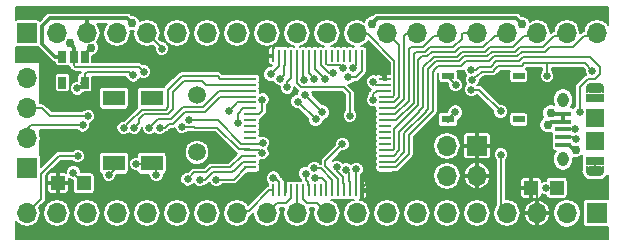
<source format=gtl>
G04 #@! TF.FileFunction,Copper,L1,Top,Signal*
%FSLAX46Y46*%
G04 Gerber Fmt 4.6, Leading zero omitted, Abs format (unit mm)*
G04 Created by KiCad (PCBNEW 4.0.6) date 10/14/17 17:52:05*
%MOMM*%
%LPD*%
G01*
G04 APERTURE LIST*
%ADD10C,0.150000*%
%ADD11R,1.700000X1.700000*%
%ADD12O,1.700000X1.700000*%
%ADD13R,1.000000X0.250000*%
%ADD14R,0.250000X1.000000*%
%ADD15R,1.350000X0.400000*%
%ADD16O,0.950000X1.250000*%
%ADD17O,1.550000X0.900000*%
%ADD18R,1.550000X0.750000*%
%ADD19R,0.200000X0.450000*%
%ADD20R,0.250000X0.200000*%
%ADD21R,1.550000X1.500000*%
%ADD22C,1.500000*%
%ADD23R,0.650000X1.060000*%
%ADD24R,1.000000X0.600000*%
%ADD25R,1.200000X1.200000*%
%ADD26R,1.900000X1.300000*%
%ADD27C,0.762000*%
%ADD28C,0.635000*%
%ADD29C,0.304800*%
%ADD30C,0.203200*%
G04 APERTURE END LIST*
D10*
D11*
X15240000Y-15240000D03*
D12*
X17780000Y-15240000D03*
X20320000Y-15240000D03*
X22860000Y-15240000D03*
X25400000Y-15240000D03*
X27940000Y-15240000D03*
X30480000Y-15240000D03*
X33020000Y-15240000D03*
X35560000Y-15240000D03*
X38100000Y-15240000D03*
X40640000Y-15240000D03*
X43180000Y-15240000D03*
X45720000Y-15240000D03*
X48260000Y-15240000D03*
X50800000Y-15240000D03*
X53340000Y-15240000D03*
X55880000Y-15240000D03*
X58420000Y-15240000D03*
X60960000Y-15240000D03*
X63500000Y-15240000D03*
D13*
X34152600Y-19110000D03*
X34152600Y-19610000D03*
X34152600Y-20110000D03*
X34152600Y-20610000D03*
X34152600Y-21110000D03*
X34152600Y-21610000D03*
X34152600Y-22110000D03*
X34152600Y-22610000D03*
X34152600Y-23110000D03*
X34152600Y-23610000D03*
X34152600Y-24110000D03*
X34152600Y-24610000D03*
X34152600Y-25110000D03*
X34152600Y-25610000D03*
X34152600Y-26110000D03*
X34152600Y-26610000D03*
D14*
X36102600Y-28560000D03*
X36602600Y-28560000D03*
X37102600Y-28560000D03*
X37602600Y-28560000D03*
X38102600Y-28560000D03*
X38602600Y-28560000D03*
X39102600Y-28560000D03*
X39602600Y-28560000D03*
X40102600Y-28560000D03*
X40602600Y-28560000D03*
X41102600Y-28560000D03*
X41602600Y-28560000D03*
X42102600Y-28560000D03*
X42602600Y-28560000D03*
X43102600Y-28560000D03*
X43602600Y-28560000D03*
D13*
X45552600Y-26610000D03*
X45552600Y-26110000D03*
X45552600Y-25610000D03*
X45552600Y-25110000D03*
X45552600Y-24610000D03*
X45552600Y-24110000D03*
X45552600Y-23610000D03*
X45552600Y-23110000D03*
X45552600Y-22610000D03*
X45552600Y-22110000D03*
X45552600Y-21610000D03*
X45552600Y-21110000D03*
X45552600Y-20610000D03*
X45552600Y-20110000D03*
X45552600Y-19610000D03*
X45552600Y-19110000D03*
D14*
X43602600Y-17160000D03*
X43102600Y-17160000D03*
X42602600Y-17160000D03*
X42102600Y-17160000D03*
X41602600Y-17160000D03*
X41102600Y-17160000D03*
X40602600Y-17160000D03*
X40102600Y-17160000D03*
X39602600Y-17160000D03*
X39102600Y-17160000D03*
X38602600Y-17160000D03*
X38102600Y-17160000D03*
X37602600Y-17160000D03*
X37102600Y-17160000D03*
X36602600Y-17160000D03*
X36102600Y-17160000D03*
D15*
X60647600Y-23393400D03*
X60647600Y-22743400D03*
X60647600Y-22093400D03*
X60647600Y-24043400D03*
X60647600Y-24693400D03*
D16*
X60647600Y-25893400D03*
X60647600Y-20893400D03*
D17*
X63347600Y-26893400D03*
X63347600Y-19893400D03*
D18*
X63347600Y-26068400D03*
D19*
X62672600Y-26668400D03*
D20*
X62897600Y-26543400D03*
X63797600Y-26543400D03*
D19*
X64022600Y-26668400D03*
X62672600Y-20118400D03*
D20*
X62897600Y-20243400D03*
X63797600Y-20243400D03*
D19*
X64022600Y-20118400D03*
D21*
X63347600Y-22393400D03*
X63347600Y-24393400D03*
D18*
X63347600Y-20718400D03*
D22*
X29641800Y-20443800D03*
X29641800Y-25323800D03*
D23*
X20152400Y-17221200D03*
X19202400Y-17221200D03*
X18252400Y-17221200D03*
X18252400Y-19421200D03*
X20152400Y-19421200D03*
D11*
X53340000Y-24765000D03*
D12*
X53340000Y-27305000D03*
X50800000Y-24765000D03*
X50800000Y-27305000D03*
D24*
X56896000Y-18846800D03*
X50896000Y-22546800D03*
X56896000Y-22546800D03*
X50896000Y-18846800D03*
D25*
X17866000Y-27940000D03*
X20066000Y-27940000D03*
D11*
X15240000Y-26670000D03*
D12*
X15240000Y-24130000D03*
X15240000Y-21590000D03*
X15240000Y-19050000D03*
D11*
X63500000Y-30480000D03*
D12*
X60960000Y-30480000D03*
X58420000Y-30480000D03*
X55880000Y-30480000D03*
X53340000Y-30480000D03*
X50800000Y-30480000D03*
X48260000Y-30480000D03*
X45720000Y-30480000D03*
X43180000Y-30480000D03*
X40640000Y-30480000D03*
X38100000Y-30480000D03*
X35560000Y-30480000D03*
X33020000Y-30480000D03*
X30480000Y-30480000D03*
X27940000Y-30480000D03*
X25400000Y-30480000D03*
X22860000Y-30480000D03*
X20320000Y-30480000D03*
X17780000Y-30480000D03*
X15240000Y-30480000D03*
D25*
X57912000Y-28346400D03*
X60112000Y-28346400D03*
D26*
X25806000Y-26251800D03*
X25806000Y-20751800D03*
X22606000Y-20751800D03*
X22606000Y-26251800D03*
D27*
X59359800Y-22987000D03*
X59588400Y-21996400D03*
D28*
X38201600Y-21031200D03*
X39689586Y-22519186D03*
X40261086Y-21947686D03*
X38760400Y-20472400D03*
X35915600Y-18719800D03*
X51511200Y-21945600D03*
X36118800Y-27539298D03*
X58750200Y-21031200D03*
X44558302Y-27368500D03*
X45364400Y-18643600D03*
D27*
X56997600Y-20040600D03*
D28*
X57429400Y-24638000D03*
D27*
X17272000Y-20320000D03*
X17272000Y-21285200D03*
D28*
X34045958Y-17464630D03*
X37080661Y-27458408D03*
X35167530Y-20866110D03*
X51536600Y-19634200D03*
X55346600Y-21869400D03*
X55372000Y-25527000D03*
X52857400Y-20040600D03*
X32319742Y-21840310D03*
X33147000Y-22860000D03*
X43131310Y-26754059D03*
X44547732Y-19362432D03*
X25590506Y-23241000D03*
X22184360Y-27223720D03*
X26481386Y-23230186D03*
X26212800Y-27228800D03*
X24511000Y-26314400D03*
D27*
X24130000Y-14401800D03*
X61707353Y-25150838D03*
X20701000Y-16459200D03*
X57150000Y-14452600D03*
X44475400Y-14427200D03*
D28*
X24333200Y-23266400D03*
X42468800Y-18973800D03*
X19989800Y-23037800D03*
X44538370Y-20903161D03*
X20421600Y-22275800D03*
X61752361Y-24199400D03*
X61645800Y-23368000D03*
X42288340Y-26812760D03*
X41488040Y-26563555D03*
X39590146Y-26685861D03*
X39627934Y-27523211D03*
X38836600Y-27127200D03*
X31292800Y-27635200D03*
X29895800Y-27660600D03*
X28856030Y-27608315D03*
X23444200Y-23266400D03*
X19558000Y-25654000D03*
X36703000Y-19126200D03*
X26669196Y-16559996D03*
X37269372Y-19837400D03*
X38743451Y-19175421D03*
X39580155Y-19125336D03*
X40446622Y-19111737D03*
X41190567Y-18635367D03*
X42000280Y-18181143D03*
X42838391Y-18168779D03*
X59283600Y-18872200D03*
X63119000Y-18415000D03*
X52959000Y-19177000D03*
X62046822Y-21914360D03*
X52832000Y-18338800D03*
X42595800Y-22225000D03*
X41960800Y-24638000D03*
X59182000Y-28346400D03*
X19177000Y-27051000D03*
X25120600Y-18503921D03*
X35204400Y-24536400D03*
X29006800Y-22606000D03*
D27*
X18849664Y-16117528D03*
D28*
X24253492Y-18799508D03*
X19511424Y-19912773D03*
X35165567Y-25395584D03*
X28370390Y-23151494D03*
D29*
X60647600Y-22743400D02*
X59603400Y-22743400D01*
X59603400Y-22743400D02*
X59359800Y-22987000D01*
X60647600Y-22093400D02*
X59685400Y-22093400D01*
X59685400Y-22093400D02*
X59588400Y-21996400D01*
D30*
X39689586Y-22519186D02*
X38201600Y-21031200D01*
X38760400Y-20472400D02*
X40235686Y-21947686D01*
X40235686Y-21947686D02*
X40261086Y-21947686D01*
X63347600Y-26068400D02*
X63347600Y-26893400D01*
D29*
X60647600Y-22743400D02*
X60647600Y-22093400D01*
X60647600Y-22093400D02*
X60193400Y-22093400D01*
D30*
X35915600Y-18719800D02*
X36602600Y-18032800D01*
X36602600Y-18032800D02*
X36602600Y-17160000D01*
X50896000Y-22546800D02*
X50910000Y-22546800D01*
X50910000Y-22546800D02*
X51511200Y-21945600D01*
X36602600Y-28560000D02*
X36602600Y-27856800D01*
X36285098Y-27539298D02*
X36118800Y-27539298D01*
X36602600Y-27856800D02*
X36285098Y-27539298D01*
X50896000Y-22750000D02*
X50896000Y-22674681D01*
X43602600Y-28560000D02*
X43602600Y-28324202D01*
X43602600Y-28324202D02*
X44558302Y-27368500D01*
X45364400Y-18643600D02*
X45364400Y-18921800D01*
X45364400Y-18921800D02*
X45552600Y-19110000D01*
X58420000Y-30480000D02*
X58420000Y-28854400D01*
X58420000Y-28854400D02*
X57912000Y-28346400D01*
X34350588Y-17160000D02*
X34045958Y-17464630D01*
X36102600Y-17160000D02*
X34350588Y-17160000D01*
X37102600Y-28560000D02*
X37102600Y-27480347D01*
X37102600Y-27480347D02*
X37080661Y-27458408D01*
X36102600Y-17160000D02*
X36021298Y-17160000D01*
X35167530Y-20866110D02*
X35167530Y-21798270D01*
X35167530Y-21798270D02*
X34855800Y-22110000D01*
X34855800Y-22110000D02*
X34152600Y-22110000D01*
X50896000Y-18846800D02*
X50896000Y-18993600D01*
X50896000Y-18993600D02*
X51536600Y-19634200D01*
X52857400Y-20040600D02*
X53517800Y-20040600D01*
X53517800Y-20040600D02*
X55346600Y-21869400D01*
X34164600Y-22098000D02*
X34152600Y-22110000D01*
X55372000Y-25527000D02*
X55372000Y-29972000D01*
X55372000Y-29972000D02*
X55880000Y-30480000D01*
X32923116Y-21235855D02*
X32923116Y-21236936D01*
X32923116Y-21236936D02*
X32319742Y-21840310D01*
X34152600Y-21110000D02*
X33048971Y-21110000D01*
X33048971Y-21110000D02*
X32923116Y-21235855D01*
X30127000Y-20929000D02*
X29641800Y-20443800D01*
X29460800Y-20443800D02*
X29387800Y-20443800D01*
X33131898Y-22047638D02*
X33131898Y-22844898D01*
X33131898Y-22844898D02*
X33147000Y-22860000D01*
X34152600Y-21610000D02*
X33569536Y-21610000D01*
X33569536Y-21610000D02*
X33131898Y-22047638D01*
X34152600Y-21610000D02*
X33990600Y-21610000D01*
X43102600Y-28560000D02*
X43102600Y-26782769D01*
X43102600Y-26782769D02*
X43131310Y-26754059D01*
X45552600Y-19610000D02*
X44795300Y-19610000D01*
X44795300Y-19610000D02*
X44547732Y-19362432D01*
X34152600Y-20110000D02*
X31536706Y-20110000D01*
X31536706Y-20110000D02*
X30132906Y-21513800D01*
X30132906Y-21513800D02*
X28473400Y-21513800D01*
X26312085Y-22519421D02*
X25590506Y-23241000D01*
X28473400Y-21513800D02*
X27467779Y-22519421D01*
X27467779Y-22519421D02*
X26312085Y-22519421D01*
X22606000Y-26251800D02*
X22606000Y-26802080D01*
X22606000Y-26802080D02*
X22184360Y-27223720D01*
X22631400Y-26277200D02*
X22606000Y-26251800D01*
X30301246Y-21920210D02*
X31611456Y-20610000D01*
X31611456Y-20610000D02*
X34152600Y-20610000D01*
X27234753Y-22925831D02*
X27636120Y-22925830D01*
X27636120Y-22925830D02*
X28641740Y-21920210D01*
X28641740Y-21920210D02*
X30301246Y-21920210D01*
X26481386Y-23230186D02*
X26930398Y-23230186D01*
X26930398Y-23230186D02*
X27234753Y-22925831D01*
X26212800Y-27228800D02*
X26212800Y-26658600D01*
X26212800Y-26658600D02*
X25806000Y-26251800D01*
X24511000Y-26314400D02*
X25743400Y-26314400D01*
X25743400Y-26314400D02*
X25806000Y-26251800D01*
D29*
X17176927Y-13983599D02*
X20320000Y-13983599D01*
X20320000Y-13983599D02*
X23711799Y-13983599D01*
X20320000Y-15240000D02*
X20320000Y-13983599D01*
X23711799Y-13983599D02*
X24130000Y-14401800D01*
X60647600Y-24693400D02*
X61122600Y-24693400D01*
X61122600Y-24693400D02*
X61627400Y-25198200D01*
X61627400Y-25198200D02*
X61659991Y-25198200D01*
X61659991Y-25198200D02*
X61707353Y-25150838D01*
X18252400Y-17221200D02*
X17622600Y-17221200D01*
X17622600Y-17221200D02*
X16523599Y-16122199D01*
X16523599Y-16122199D02*
X16523599Y-14636927D01*
X16523599Y-14636927D02*
X17176927Y-13983599D01*
X20152400Y-17221200D02*
X20152400Y-17007800D01*
X20152400Y-17007800D02*
X20701000Y-16459200D01*
X20152400Y-15407600D02*
X20320000Y-15240000D01*
X57150000Y-14452600D02*
X56680999Y-13983599D01*
X56680999Y-13983599D02*
X44919001Y-13983599D01*
X44919001Y-13983599D02*
X44475400Y-14427200D01*
D30*
X24333200Y-23266400D02*
X24752303Y-22847297D01*
X27584410Y-20208940D02*
X28514740Y-19278610D01*
X24752303Y-22847297D02*
X24752303Y-22542497D01*
X24752303Y-22542497D02*
X25181789Y-22113011D01*
X27584410Y-21696782D02*
X27584410Y-20208940D01*
X25181789Y-22113011D02*
X27168181Y-22113011D01*
X27168181Y-22113011D02*
X27584410Y-21696782D01*
X28514740Y-19278610D02*
X30037716Y-19278610D01*
X30037716Y-19278610D02*
X30369106Y-19610000D01*
X30369106Y-19610000D02*
X34152600Y-19610000D01*
X17805400Y-30454600D02*
X17780000Y-30480000D01*
X43602600Y-18478951D02*
X43107751Y-18973800D01*
X43107751Y-18973800D02*
X42468800Y-18973800D01*
X15570200Y-23037800D02*
X15240000Y-23368000D01*
X19989800Y-23037800D02*
X15570200Y-23037800D01*
X15240000Y-23368000D02*
X15240000Y-24130000D01*
X43602600Y-17160000D02*
X43602600Y-18478951D01*
X45552600Y-20110000D02*
X44849400Y-20110000D01*
X44849400Y-20110000D02*
X44538370Y-20421030D01*
X44538370Y-20421030D02*
X44538370Y-20903161D01*
X20421600Y-22275800D02*
X17172430Y-22275800D01*
X17172430Y-22275800D02*
X16486630Y-21590000D01*
X16486630Y-21590000D02*
X15240000Y-21590000D01*
X60647600Y-24043400D02*
X61596361Y-24043400D01*
X61596361Y-24043400D02*
X61752361Y-24199400D01*
X60647600Y-23393400D02*
X61620400Y-23393400D01*
X61620400Y-23393400D02*
X61645800Y-23368000D01*
X42509010Y-27792768D02*
X42509010Y-27033430D01*
X42509010Y-27033430D02*
X42288340Y-26812760D01*
X42602600Y-28560000D02*
X42602600Y-27886358D01*
X42602600Y-27886358D02*
X42509010Y-27792768D01*
X42009010Y-27413496D02*
X41488040Y-26892526D01*
X41488040Y-26892526D02*
X41488040Y-26563555D01*
X42102600Y-28560000D02*
X42102600Y-27980200D01*
X42102600Y-27980200D02*
X42009010Y-27886610D01*
X42009010Y-27886610D02*
X42009010Y-27413496D01*
X42102600Y-28560000D02*
X42102600Y-28285000D01*
X41102600Y-27656586D02*
X40131875Y-26685861D01*
X40131875Y-26685861D02*
X39590146Y-26685861D01*
X41102600Y-28560000D02*
X41102600Y-27656586D01*
X40602600Y-28560000D02*
X40602600Y-27856800D01*
X40602600Y-27856800D02*
X40269011Y-27523211D01*
X40269011Y-27523211D02*
X39627934Y-27523211D01*
X39032401Y-27881801D02*
X38836600Y-27686000D01*
X38836600Y-27686000D02*
X38836600Y-27127200D01*
X39102600Y-28560000D02*
X39102600Y-28129800D01*
X39102600Y-28129800D02*
X39032401Y-28059601D01*
X39032401Y-28059601D02*
X39032401Y-27881801D01*
X38602600Y-28560000D02*
X38602600Y-29263200D01*
X38602600Y-29263200D02*
X38969401Y-29630001D01*
X38969401Y-29630001D02*
X39790001Y-29630001D01*
X39790001Y-29630001D02*
X40640000Y-30480000D01*
X38102600Y-28560000D02*
X38102600Y-30477400D01*
X38102600Y-30477400D02*
X38100000Y-30480000D01*
X37602600Y-28560000D02*
X37602600Y-29233642D01*
X37602600Y-29233642D02*
X37206241Y-29630001D01*
X37206241Y-29630001D02*
X36409999Y-29630001D01*
X36409999Y-29630001D02*
X35560000Y-30480000D01*
X34010600Y-30320294D02*
X33179706Y-30320294D01*
X33179706Y-30320294D02*
X33020000Y-30480000D01*
X36102600Y-28560000D02*
X35770894Y-28560000D01*
X35770894Y-28560000D02*
X34010600Y-30320294D01*
X34152600Y-26610000D02*
X33777600Y-26610000D01*
X33777600Y-26610000D02*
X32752400Y-27635200D01*
X32752400Y-27635200D02*
X31292800Y-27635200D01*
X30346394Y-27660600D02*
X29895800Y-27660600D01*
X32626301Y-27012899D02*
X30994095Y-27012899D01*
X30994095Y-27012899D02*
X30346394Y-27660600D01*
X34152600Y-26110000D02*
X33524150Y-26110000D01*
X33524150Y-26110000D02*
X32837141Y-26797009D01*
X32837141Y-26797009D02*
X32837141Y-26802059D01*
X32837141Y-26802059D02*
X32626301Y-27012899D01*
X34152600Y-25610000D02*
X33445000Y-25610000D01*
X33445000Y-25610000D02*
X32448511Y-26606489D01*
X32448511Y-26606489D02*
X30825754Y-26606490D01*
X29426046Y-27038299D02*
X28856030Y-27608315D01*
X30825754Y-26606490D02*
X30393945Y-27038299D01*
X30393945Y-27038299D02*
X29426046Y-27038299D01*
X23914100Y-22791988D02*
X23914100Y-22796500D01*
X23914100Y-22796500D02*
X23444200Y-23266400D01*
X31632200Y-19110000D02*
X31394400Y-18872200D01*
X31394400Y-18872200D02*
X28346400Y-18872200D01*
X28346400Y-18872200D02*
X27178000Y-20040600D01*
X23914100Y-22791988D02*
X24999487Y-21706601D01*
X24999487Y-21706601D02*
X26999841Y-21706601D01*
X26999841Y-21706601D02*
X27178000Y-21528442D01*
X27178000Y-21528442D02*
X27178000Y-20040600D01*
X31632200Y-19110000D02*
X34152600Y-19110000D01*
X17961186Y-25623688D02*
X19527688Y-25623688D01*
X19527688Y-25623688D02*
X19558000Y-25654000D01*
X33777600Y-19110000D02*
X34152600Y-19110000D01*
X15240000Y-30480000D02*
X16445601Y-29274399D01*
X16445601Y-29274399D02*
X16445601Y-27139273D01*
X16445601Y-27139273D02*
X17961186Y-25623688D01*
X15336550Y-30480000D02*
X15240000Y-30480000D01*
X36703000Y-19126200D02*
X37020499Y-18808701D01*
X37020499Y-18808701D02*
X37020499Y-18020051D01*
X37020499Y-18020051D02*
X37102600Y-17937950D01*
X23045106Y-15425106D02*
X22860000Y-15240000D01*
X37102600Y-17160000D02*
X37102600Y-17937950D01*
X26669196Y-16559996D02*
X26669196Y-16509196D01*
X26669196Y-16509196D02*
X25400000Y-15240000D01*
X25476200Y-15316200D02*
X25400000Y-15240000D01*
X37269372Y-19837400D02*
X37269372Y-19388388D01*
X37269372Y-19388388D02*
X37602600Y-19055160D01*
X37602600Y-19055160D02*
X37602600Y-17160000D01*
X25890788Y-15730788D02*
X25400000Y-15240000D01*
X38602600Y-17160000D02*
X38602600Y-19034570D01*
X38602600Y-19034570D02*
X38743451Y-19175421D01*
X39102600Y-17160000D02*
X39102600Y-18647781D01*
X39102600Y-18647781D02*
X39580155Y-19125336D01*
X39602600Y-17160000D02*
X39602600Y-18267715D01*
X39602600Y-18267715D02*
X40446622Y-19111737D01*
X40781309Y-18587101D02*
X41142301Y-18587101D01*
X41142301Y-18587101D02*
X41190567Y-18635367D01*
X40102600Y-17160000D02*
X40102600Y-17908392D01*
X40102600Y-17908392D02*
X40781309Y-18587101D01*
X40602600Y-17160000D02*
X40602600Y-17833642D01*
X40602600Y-17833642D02*
X40733759Y-17964801D01*
X40733759Y-17964801D02*
X41783938Y-17964801D01*
X41783938Y-17964801D02*
X42000280Y-18181143D01*
X43102600Y-17160000D02*
X43102600Y-17904570D01*
X43102600Y-17904570D02*
X42838391Y-18168779D01*
X43102600Y-17160000D02*
X43144200Y-17160000D01*
X57353200Y-17805400D02*
X59283600Y-17805400D01*
X59283600Y-17805400D02*
X61823600Y-17805400D01*
X59283600Y-18872200D02*
X59283600Y-17805400D01*
X61823600Y-17805400D02*
X62509400Y-17805400D01*
X62509400Y-17805400D02*
X63119000Y-18415000D01*
X45552600Y-20610000D02*
X46226242Y-20610000D01*
X46357401Y-20478841D02*
X46357401Y-18525501D01*
X46226242Y-20610000D02*
X46357401Y-20478841D01*
X44094400Y-15323506D02*
X43263506Y-15323506D01*
X46357401Y-18525501D02*
X46354980Y-18523080D01*
X43263506Y-15323506D02*
X43180000Y-15240000D01*
X46354980Y-18523080D02*
X46354980Y-17584086D01*
X46354980Y-17584086D02*
X44094400Y-15323506D01*
X52959000Y-19177000D02*
X53276499Y-18859501D01*
X54686190Y-18491210D02*
X54863990Y-18313410D01*
X53276499Y-18859501D02*
X53378099Y-18859501D01*
X53378099Y-18859501D02*
X53746390Y-18491210D01*
X53746390Y-18491210D02*
X54686190Y-18491210D01*
X54863990Y-18313410D02*
X54889390Y-18313410D01*
X54889390Y-18313410D02*
X55168790Y-18034010D01*
X55168790Y-18034010D02*
X57124590Y-18034010D01*
X57124590Y-18034010D02*
X57353200Y-17805400D01*
X43180000Y-15290800D02*
X43180000Y-15240000D01*
X63741301Y-18713705D02*
X63741301Y-18116295D01*
X63741301Y-18116295D02*
X62897006Y-17272000D01*
X62897006Y-17272000D02*
X57283498Y-17272000D01*
X62709948Y-19138590D02*
X63316416Y-19138590D01*
X63316416Y-19138590D02*
X63741301Y-18713705D01*
X62046822Y-21914360D02*
X62046822Y-19801716D01*
X53295294Y-18338800D02*
X52832000Y-18338800D01*
X62046822Y-19801716D02*
X62709948Y-19138590D01*
X56927898Y-17627600D02*
X54960506Y-17627600D01*
X54503306Y-18084800D02*
X53549294Y-18084800D01*
X57283498Y-17272000D02*
X56927898Y-17627600D01*
X54960506Y-17627600D02*
X54503306Y-18084800D01*
X53549294Y-18084800D02*
X53295294Y-18338800D01*
X45552600Y-21110000D02*
X46300992Y-21110000D01*
X46300992Y-21110000D02*
X46763811Y-20647181D01*
X46761390Y-16281390D02*
X45720000Y-15240000D01*
X46763811Y-20647181D02*
X46763810Y-18357160D01*
X46763810Y-18357160D02*
X46761390Y-18354740D01*
X46761390Y-18354740D02*
X46761390Y-16281390D01*
X45552600Y-21610000D02*
X46375742Y-21610000D01*
X47170220Y-20815520D02*
X47170220Y-18188820D01*
X47167800Y-18186400D02*
X47167800Y-15519400D01*
X46375742Y-21610000D02*
X47170220Y-20815520D01*
X47170220Y-18188820D02*
X47167800Y-18186400D01*
X47167800Y-15519400D02*
X47447200Y-15240000D01*
X47447200Y-15240000D02*
X48260000Y-15240000D01*
X49689706Y-15519400D02*
X50520600Y-15519400D01*
X50520600Y-15519400D02*
X50800000Y-15240000D01*
X48814305Y-16394801D02*
X49689706Y-15519400D01*
X47574210Y-17195810D02*
X47574210Y-16560790D01*
X47574210Y-16560790D02*
X47740199Y-16394801D01*
X47740199Y-16394801D02*
X48814305Y-16394801D01*
X45552600Y-22110000D02*
X46450489Y-22110000D01*
X46450489Y-22110000D02*
X47576630Y-20983860D01*
X47576630Y-20983860D02*
X47576630Y-17198230D01*
X47576630Y-17198230D02*
X47574210Y-17195810D01*
X50444380Y-15595620D02*
X50800000Y-15240000D01*
X52044600Y-15704506D02*
X52044600Y-15333319D01*
X52044600Y-15333319D02*
X52137919Y-15240000D01*
X52137919Y-15240000D02*
X53340000Y-15240000D01*
X51354305Y-16394801D02*
X52044600Y-15704506D01*
X48982646Y-16801210D02*
X49389055Y-16394801D01*
X49389055Y-16394801D02*
X51354305Y-16394801D01*
X47983040Y-21152200D02*
X47983040Y-17020440D01*
X47983040Y-17020440D02*
X48202269Y-16801211D01*
X48202269Y-16801211D02*
X48982646Y-16801210D01*
X45552600Y-22610000D02*
X46525239Y-22610000D01*
X46525239Y-22610000D02*
X47983040Y-21152200D01*
X53111400Y-15240000D02*
X53340000Y-15240000D01*
X45552600Y-25110000D02*
X46255800Y-25110000D01*
X46357401Y-25008399D02*
X46357401Y-23352588D01*
X46255800Y-25110000D02*
X46357401Y-25008399D01*
X46357401Y-23352588D02*
X48389450Y-21320540D01*
X51929055Y-16394801D02*
X53894305Y-16394801D01*
X48389450Y-21320540D02*
X48389450Y-17523550D01*
X49150987Y-17207619D02*
X49557395Y-16801211D01*
X48389450Y-17523550D02*
X48705381Y-17207619D01*
X48705381Y-17207619D02*
X49150987Y-17207619D01*
X53894305Y-16394801D02*
X54845906Y-15443200D01*
X49557395Y-16801211D02*
X51522646Y-16801210D01*
X51522646Y-16801210D02*
X51929055Y-16394801D01*
X54845906Y-15443200D02*
X55676800Y-15443200D01*
X55676800Y-15443200D02*
X55880000Y-15240000D01*
X45552600Y-25610000D02*
X46330550Y-25610000D01*
X46330550Y-25610000D02*
X46763811Y-25176739D01*
X46763811Y-25176739D02*
X46763811Y-23568789D01*
X46763811Y-23568789D02*
X48412400Y-21920200D01*
X48412400Y-21920200D02*
X48412400Y-21872339D01*
X48412400Y-21872339D02*
X48795860Y-21488880D01*
X48795860Y-21488880D02*
X48795860Y-18137496D01*
X48795860Y-18137496D02*
X49712156Y-17221200D01*
X54062646Y-16801210D02*
X54469055Y-16394801D01*
X49712156Y-17221200D02*
X51677404Y-17221200D01*
X57360506Y-15468600D02*
X58191400Y-15468600D01*
X51677404Y-17221200D02*
X52097393Y-16801211D01*
X58191400Y-15468600D02*
X58420000Y-15240000D01*
X52097393Y-16801211D02*
X54062646Y-16801210D01*
X54469055Y-16394801D02*
X56434305Y-16394801D01*
X56434305Y-16394801D02*
X57360506Y-15468600D01*
X58166000Y-15494000D02*
X58420000Y-15240000D01*
X51845745Y-17627609D02*
X52265735Y-17207619D01*
X49885590Y-17627610D02*
X51845745Y-17627609D01*
X49202270Y-21657220D02*
X49202270Y-18310930D01*
X49202270Y-18310930D02*
X49885590Y-17627610D01*
X47170221Y-23737129D02*
X48996600Y-21910750D01*
X48996600Y-21862890D02*
X49202270Y-21657220D01*
X48996600Y-21910750D02*
X48996600Y-21862890D01*
X47170221Y-25345079D02*
X47170221Y-23737129D01*
X46405300Y-26110000D02*
X47170221Y-25345079D01*
X59875106Y-15494000D02*
X60706000Y-15494000D01*
X60706000Y-15494000D02*
X60960000Y-15240000D01*
X58974305Y-16394801D02*
X59875106Y-15494000D01*
X56604789Y-16801211D02*
X57011199Y-16394801D01*
X57011199Y-16394801D02*
X58974305Y-16394801D01*
X54230987Y-17207619D02*
X54637395Y-16801211D01*
X54637395Y-16801211D02*
X56604789Y-16801211D01*
X52265735Y-17207619D02*
X54230987Y-17207619D01*
X45552600Y-26110000D02*
X46405300Y-26110000D01*
X51993800Y-18059400D02*
X52439171Y-17614029D01*
X54805735Y-17207621D02*
X56773130Y-17207620D01*
X50033275Y-18054675D02*
X50038000Y-18059400D01*
X50038000Y-18059400D02*
X51993800Y-18059400D01*
X52439171Y-17614029D02*
X54399328Y-17614028D01*
X54399328Y-17614028D02*
X54805735Y-17207621D01*
X56773130Y-17207620D02*
X57179539Y-16801211D01*
X57179539Y-16801211D02*
X59142646Y-16801210D01*
X59142646Y-16801210D02*
X59549055Y-16394801D01*
X59549055Y-16394801D02*
X61506999Y-16394801D01*
X45552600Y-26610000D02*
X46480050Y-26610000D01*
X46480050Y-26610000D02*
X47576631Y-25513419D01*
X47576631Y-25513419D02*
X47576631Y-23905469D01*
X47576631Y-23905469D02*
X49608680Y-21873420D01*
X49608680Y-21873420D02*
X49608680Y-18488720D01*
X49608680Y-18488720D02*
X49834800Y-18262600D01*
X62407800Y-15494000D02*
X63246000Y-15494000D01*
X49834800Y-18262600D02*
X49834800Y-18253150D01*
X49834800Y-18253150D02*
X50033275Y-18054675D01*
X61506999Y-16394801D02*
X62407800Y-15494000D01*
X63246000Y-15494000D02*
X63500000Y-15240000D01*
X42341800Y-20066000D02*
X42595800Y-20320000D01*
X42595800Y-20320000D02*
X42595800Y-22225000D01*
X42339147Y-20066000D02*
X42341800Y-20066000D01*
X42110545Y-19837400D02*
X42339147Y-20066000D01*
X38484424Y-19837400D02*
X42110545Y-19837400D01*
X38102600Y-19455576D02*
X38484424Y-19837400D01*
X38102600Y-17160000D02*
X38102600Y-19455576D01*
X41602600Y-28560000D02*
X41602600Y-27581836D01*
X41602600Y-27581836D02*
X40513000Y-26492236D01*
X40513000Y-26492236D02*
X40513000Y-26085800D01*
X40513000Y-26085800D02*
X41960800Y-24638000D01*
X59182000Y-28346400D02*
X60112000Y-28346400D01*
X19177000Y-27051000D02*
X20066000Y-27940000D01*
X20575813Y-27430187D02*
X20066000Y-27940000D01*
X20132040Y-27416760D02*
X20142200Y-27406600D01*
X19202400Y-17221200D02*
X19202400Y-17954400D01*
X19202400Y-17954400D02*
X19354801Y-18106801D01*
X19354801Y-18106801D02*
X24723480Y-18106801D01*
X24723480Y-18106801D02*
X25120600Y-18503921D01*
X34152600Y-24610000D02*
X33398400Y-24610000D01*
X33398400Y-24610000D02*
X31394400Y-22606000D01*
X31394400Y-22606000D02*
X29006800Y-22606000D01*
X35130800Y-24610000D02*
X35204400Y-24536400D01*
D29*
X19202400Y-17221200D02*
X19202400Y-16470264D01*
X19202400Y-16470264D02*
X18849664Y-16117528D01*
D30*
X34152600Y-24610000D02*
X35130800Y-24610000D01*
X20152400Y-19421200D02*
X20152400Y-18688000D01*
X20152400Y-18688000D02*
X20327189Y-18513211D01*
X20327189Y-18513211D02*
X23923411Y-18513211D01*
X23923411Y-18513211D02*
X24209708Y-18799508D01*
X24209708Y-18799508D02*
X24253492Y-18799508D01*
X19511424Y-19912773D02*
X19660827Y-19912773D01*
X19660827Y-19912773D02*
X20152400Y-19421200D01*
X28370390Y-23151494D02*
X28631288Y-23151494D01*
X34133201Y-25090601D02*
X34152600Y-25110000D01*
X28631288Y-23151494D02*
X28708095Y-23228301D01*
X28708095Y-23228301D02*
X29476699Y-23228301D01*
X29489398Y-23241000D02*
X31371926Y-23241000D01*
X29476699Y-23228301D02*
X29489398Y-23241000D01*
X33221527Y-25090601D02*
X34133201Y-25090601D01*
X31371926Y-23241000D02*
X33221527Y-25090601D01*
X34879983Y-25110000D02*
X35165567Y-25395584D01*
X20152400Y-19421200D02*
X19847200Y-19421200D01*
D29*
X20152400Y-19421200D02*
X20152400Y-19090600D01*
X20152400Y-19421200D02*
X19907199Y-19421200D01*
D30*
X34152600Y-25110000D02*
X34879983Y-25110000D01*
G36*
X64415200Y-14548424D02*
X64316567Y-14400809D01*
X63941923Y-14150480D01*
X63500000Y-14062576D01*
X63058077Y-14150480D01*
X62683433Y-14400809D01*
X62433104Y-14775453D01*
X62369499Y-15095219D01*
X62252277Y-15118535D01*
X62120432Y-15206632D01*
X62113952Y-15213112D01*
X62026896Y-14775453D01*
X61776567Y-14400809D01*
X61401923Y-14150480D01*
X60960000Y-14062576D01*
X60518077Y-14150480D01*
X60143433Y-14400809D01*
X59893104Y-14775453D01*
X59829198Y-15096732D01*
X59719583Y-15118535D01*
X59587738Y-15206632D01*
X59574800Y-15219570D01*
X59574800Y-15217376D01*
X59486896Y-14775453D01*
X59236567Y-14400809D01*
X58861923Y-14150480D01*
X58420000Y-14062576D01*
X57978077Y-14150480D01*
X57812827Y-14260897D01*
X57731732Y-14064633D01*
X57538982Y-13871546D01*
X57287013Y-13766919D01*
X57110743Y-13766765D01*
X57004288Y-13660310D01*
X56855962Y-13561201D01*
X56680999Y-13526399D01*
X44919001Y-13526399D01*
X44744038Y-13561201D01*
X44595712Y-13660309D01*
X44514588Y-13741434D01*
X44339584Y-13741281D01*
X44087433Y-13845468D01*
X43894346Y-14038218D01*
X43798687Y-14268590D01*
X43621923Y-14150480D01*
X43180000Y-14062576D01*
X42738077Y-14150480D01*
X42363433Y-14400809D01*
X42113104Y-14775453D01*
X42025200Y-15217376D01*
X42025200Y-15262624D01*
X42113104Y-15704547D01*
X42363433Y-16079191D01*
X42738077Y-16329520D01*
X42905430Y-16362809D01*
X42864648Y-16370482D01*
X42853900Y-16377398D01*
X42848507Y-16373713D01*
X42727600Y-16349229D01*
X42477600Y-16349229D01*
X42364648Y-16370482D01*
X42353900Y-16377398D01*
X42348507Y-16373713D01*
X42227600Y-16349229D01*
X41977600Y-16349229D01*
X41864648Y-16370482D01*
X41853900Y-16377398D01*
X41848507Y-16373713D01*
X41727600Y-16349229D01*
X41477600Y-16349229D01*
X41364648Y-16370482D01*
X41353900Y-16377398D01*
X41348507Y-16373713D01*
X41227600Y-16349229D01*
X40982839Y-16349229D01*
X41081923Y-16329520D01*
X41456567Y-16079191D01*
X41706896Y-15704547D01*
X41794800Y-15262624D01*
X41794800Y-15217376D01*
X41706896Y-14775453D01*
X41456567Y-14400809D01*
X41081923Y-14150480D01*
X40640000Y-14062576D01*
X40198077Y-14150480D01*
X39823433Y-14400809D01*
X39573104Y-14775453D01*
X39485200Y-15217376D01*
X39485200Y-15262624D01*
X39573104Y-15704547D01*
X39823433Y-16079191D01*
X40198077Y-16329520D01*
X40384874Y-16366676D01*
X40364648Y-16370482D01*
X40353900Y-16377398D01*
X40348507Y-16373713D01*
X40227600Y-16349229D01*
X39977600Y-16349229D01*
X39864648Y-16370482D01*
X39853900Y-16377398D01*
X39848507Y-16373713D01*
X39727600Y-16349229D01*
X39477600Y-16349229D01*
X39364648Y-16370482D01*
X39353900Y-16377398D01*
X39348507Y-16373713D01*
X39227600Y-16349229D01*
X38977600Y-16349229D01*
X38864648Y-16370482D01*
X38853900Y-16377398D01*
X38848507Y-16373713D01*
X38727600Y-16349229D01*
X38477600Y-16349229D01*
X38364648Y-16370482D01*
X38353900Y-16377398D01*
X38348507Y-16373713D01*
X38334257Y-16370827D01*
X38541923Y-16329520D01*
X38916567Y-16079191D01*
X39166896Y-15704547D01*
X39254800Y-15262624D01*
X39254800Y-15217376D01*
X39166896Y-14775453D01*
X38916567Y-14400809D01*
X38541923Y-14150480D01*
X38100000Y-14062576D01*
X37658077Y-14150480D01*
X37283433Y-14400809D01*
X37033104Y-14775453D01*
X36945200Y-15217376D01*
X36945200Y-15262624D01*
X37033104Y-15704547D01*
X37283433Y-16079191D01*
X37658077Y-16329520D01*
X37864497Y-16370579D01*
X37853900Y-16377398D01*
X37848507Y-16373713D01*
X37727600Y-16349229D01*
X37477600Y-16349229D01*
X37364648Y-16370482D01*
X37353900Y-16377398D01*
X37348507Y-16373713D01*
X37227600Y-16349229D01*
X36977600Y-16349229D01*
X36918838Y-16360286D01*
X36868658Y-16325999D01*
X36727600Y-16297434D01*
X36477600Y-16297434D01*
X36345823Y-16322230D01*
X36292096Y-16356802D01*
X36288229Y-16355200D01*
X36241300Y-16355200D01*
X36165100Y-16431400D01*
X36165100Y-16487474D01*
X36143599Y-16518942D01*
X36115034Y-16660000D01*
X36115034Y-17268900D01*
X36040100Y-17268900D01*
X36040100Y-17248900D01*
X35749000Y-17248900D01*
X35672800Y-17325100D01*
X35672800Y-17720628D01*
X35719203Y-17832655D01*
X35804944Y-17918397D01*
X35916971Y-17964800D01*
X35963900Y-17964800D01*
X36013698Y-17915002D01*
X36013698Y-17964800D01*
X36024022Y-17964800D01*
X35942099Y-18046723D01*
X35782299Y-18046583D01*
X35534817Y-18148841D01*
X35345306Y-18338022D01*
X35242617Y-18585325D01*
X35242383Y-18853101D01*
X35344641Y-19100583D01*
X35533822Y-19290094D01*
X35781125Y-19392783D01*
X36048901Y-19393017D01*
X36126644Y-19360894D01*
X36175132Y-19478244D01*
X36350035Y-19653453D01*
X36578674Y-19748392D01*
X36647149Y-19748452D01*
X36646964Y-19960640D01*
X36741504Y-20189444D01*
X36916407Y-20364653D01*
X37145046Y-20459592D01*
X37392612Y-20459808D01*
X37621416Y-20365268D01*
X37796625Y-20190365D01*
X37891564Y-19961726D01*
X37891688Y-19819400D01*
X38182127Y-20109839D01*
X38087417Y-20337925D01*
X38087399Y-20358000D01*
X38068299Y-20357983D01*
X37820817Y-20460241D01*
X37631306Y-20649422D01*
X37528617Y-20896725D01*
X37528383Y-21164501D01*
X37630641Y-21411983D01*
X37819822Y-21601494D01*
X38067125Y-21704183D01*
X38228146Y-21704324D01*
X39016509Y-22492687D01*
X39016369Y-22652487D01*
X39118627Y-22899969D01*
X39307808Y-23089480D01*
X39555111Y-23192169D01*
X39822887Y-23192403D01*
X40070369Y-23090145D01*
X40259880Y-22900964D01*
X40362569Y-22653661D01*
X40362598Y-22620875D01*
X40394387Y-22620903D01*
X40641869Y-22518645D01*
X40831380Y-22329464D01*
X40934069Y-22082161D01*
X40934303Y-21814385D01*
X40832045Y-21566903D01*
X40642864Y-21377392D01*
X40395561Y-21274703D01*
X40209119Y-21274540D01*
X39433477Y-20498899D01*
X39433617Y-20339099D01*
X39394240Y-20243800D01*
X41942210Y-20243800D01*
X42051780Y-20353370D01*
X42059778Y-20358714D01*
X42189400Y-20488336D01*
X42189400Y-21751393D01*
X42068547Y-21872035D01*
X41973608Y-22100674D01*
X41973392Y-22348240D01*
X42067932Y-22577044D01*
X42242835Y-22752253D01*
X42471474Y-22847192D01*
X42719040Y-22847408D01*
X42947844Y-22752868D01*
X43123053Y-22577965D01*
X43217992Y-22349326D01*
X43218208Y-22101760D01*
X43123668Y-21872956D01*
X43002200Y-21751275D01*
X43002200Y-20320000D01*
X42971265Y-20164477D01*
X42883168Y-20032632D01*
X42629168Y-19778632D01*
X42621173Y-19773290D01*
X42443960Y-19596079D01*
X42592040Y-19596208D01*
X42820844Y-19501668D01*
X42942525Y-19380200D01*
X43107751Y-19380200D01*
X43263274Y-19349265D01*
X43395119Y-19261168D01*
X43889968Y-18766319D01*
X43978065Y-18634474D01*
X44009000Y-18478951D01*
X44009000Y-17788059D01*
X44013887Y-17780907D01*
X44038371Y-17660000D01*
X44038371Y-16660000D01*
X44017118Y-16547048D01*
X43950363Y-16443308D01*
X43848507Y-16373713D01*
X43727600Y-16349229D01*
X43522839Y-16349229D01*
X43621923Y-16329520D01*
X43996567Y-16079191D01*
X44108231Y-15912073D01*
X45948580Y-17752422D01*
X45948580Y-18523080D01*
X45951001Y-18535251D01*
X45951001Y-18680200D01*
X45717700Y-18680200D01*
X45641500Y-18756400D01*
X45641500Y-19047500D01*
X45661500Y-19047500D01*
X45661500Y-19172500D01*
X45641500Y-19172500D01*
X45641500Y-19174229D01*
X45463700Y-19174229D01*
X45463700Y-19172500D01*
X45443700Y-19172500D01*
X45443700Y-19047500D01*
X45463700Y-19047500D01*
X45463700Y-18756400D01*
X45387500Y-18680200D01*
X44991972Y-18680200D01*
X44879945Y-18726603D01*
X44809314Y-18797233D01*
X44672058Y-18740240D01*
X44424492Y-18740024D01*
X44195688Y-18834564D01*
X44020479Y-19009467D01*
X43925540Y-19238106D01*
X43925324Y-19485672D01*
X44019864Y-19714476D01*
X44194767Y-19889685D01*
X44406896Y-19977768D01*
X44251002Y-20133662D01*
X44162905Y-20265507D01*
X44131970Y-20421030D01*
X44131970Y-20429554D01*
X44011117Y-20550196D01*
X43916178Y-20778835D01*
X43915962Y-21026401D01*
X44010502Y-21255205D01*
X44185405Y-21430414D01*
X44414044Y-21525353D01*
X44661610Y-21525569D01*
X44741829Y-21492423D01*
X44741829Y-21735000D01*
X44763082Y-21847952D01*
X44769998Y-21858700D01*
X44766313Y-21864093D01*
X44741829Y-21985000D01*
X44741829Y-22235000D01*
X44763082Y-22347952D01*
X44769998Y-22358700D01*
X44766313Y-22364093D01*
X44741829Y-22485000D01*
X44741829Y-22735000D01*
X44763082Y-22847952D01*
X44769998Y-22858700D01*
X44766313Y-22864093D01*
X44741829Y-22985000D01*
X44741829Y-23235000D01*
X44763082Y-23347952D01*
X44769998Y-23358700D01*
X44766313Y-23364093D01*
X44741829Y-23485000D01*
X44741829Y-23735000D01*
X44763082Y-23847952D01*
X44769998Y-23858700D01*
X44766313Y-23864093D01*
X44741829Y-23985000D01*
X44741829Y-24235000D01*
X44763082Y-24347952D01*
X44769998Y-24358700D01*
X44766313Y-24364093D01*
X44741829Y-24485000D01*
X44741829Y-24735000D01*
X44763082Y-24847952D01*
X44769998Y-24858700D01*
X44766313Y-24864093D01*
X44741829Y-24985000D01*
X44741829Y-25235000D01*
X44763082Y-25347952D01*
X44769998Y-25358700D01*
X44766313Y-25364093D01*
X44741829Y-25485000D01*
X44741829Y-25735000D01*
X44763082Y-25847952D01*
X44769998Y-25858700D01*
X44766313Y-25864093D01*
X44741829Y-25985000D01*
X44741829Y-26235000D01*
X44763082Y-26347952D01*
X44769998Y-26358700D01*
X44766313Y-26364093D01*
X44741829Y-26485000D01*
X44741829Y-26735000D01*
X44763082Y-26847952D01*
X44829837Y-26951692D01*
X44931693Y-27021287D01*
X45052600Y-27045771D01*
X46052600Y-27045771D01*
X46165552Y-27024518D01*
X46178168Y-27016400D01*
X46480050Y-27016400D01*
X46635573Y-26985465D01*
X46767418Y-26897368D01*
X47863999Y-25800787D01*
X47879733Y-25777240D01*
X47952096Y-25668942D01*
X47983031Y-25513419D01*
X47983031Y-24742376D01*
X49645200Y-24742376D01*
X49645200Y-24787624D01*
X49733104Y-25229547D01*
X49983433Y-25604191D01*
X50358077Y-25854520D01*
X50800000Y-25942424D01*
X51241923Y-25854520D01*
X51616567Y-25604191D01*
X51866896Y-25229547D01*
X51926459Y-24930100D01*
X52185200Y-24930100D01*
X52185200Y-25675628D01*
X52231603Y-25787655D01*
X52317344Y-25873397D01*
X52429371Y-25919800D01*
X53174900Y-25919800D01*
X53251100Y-25843600D01*
X53251100Y-24853900D01*
X53428900Y-24853900D01*
X53428900Y-25843600D01*
X53505100Y-25919800D01*
X54250629Y-25919800D01*
X54362656Y-25873397D01*
X54448397Y-25787655D01*
X54494800Y-25675628D01*
X54494800Y-24930100D01*
X54418600Y-24853900D01*
X53428900Y-24853900D01*
X53251100Y-24853900D01*
X52261400Y-24853900D01*
X52185200Y-24930100D01*
X51926459Y-24930100D01*
X51954800Y-24787624D01*
X51954800Y-24742376D01*
X51866896Y-24300453D01*
X51616567Y-23925809D01*
X51509654Y-23854372D01*
X52185200Y-23854372D01*
X52185200Y-24599900D01*
X52261400Y-24676100D01*
X53251100Y-24676100D01*
X53251100Y-23686400D01*
X53428900Y-23686400D01*
X53428900Y-24676100D01*
X54418600Y-24676100D01*
X54494800Y-24599900D01*
X54494800Y-23854372D01*
X54448397Y-23742345D01*
X54362656Y-23656603D01*
X54250629Y-23610200D01*
X53505100Y-23610200D01*
X53428900Y-23686400D01*
X53251100Y-23686400D01*
X53174900Y-23610200D01*
X52429371Y-23610200D01*
X52317344Y-23656603D01*
X52231603Y-23742345D01*
X52185200Y-23854372D01*
X51509654Y-23854372D01*
X51241923Y-23675480D01*
X50800000Y-23587576D01*
X50358077Y-23675480D01*
X49983433Y-23925809D01*
X49733104Y-24300453D01*
X49645200Y-24742376D01*
X47983031Y-24742376D01*
X47983031Y-24073805D01*
X49810036Y-22246800D01*
X50033434Y-22246800D01*
X50033434Y-22846800D01*
X50058230Y-22978577D01*
X50136110Y-23099607D01*
X50254942Y-23180801D01*
X50396000Y-23209366D01*
X51396000Y-23209366D01*
X51527777Y-23184570D01*
X51648807Y-23106690D01*
X51730001Y-22987858D01*
X51758566Y-22846800D01*
X51758566Y-22571686D01*
X51891983Y-22516559D01*
X52081494Y-22327378D01*
X52184183Y-22080075D01*
X52184417Y-21812299D01*
X52082159Y-21564817D01*
X51892978Y-21375306D01*
X51645675Y-21272617D01*
X51377899Y-21272383D01*
X51130417Y-21374641D01*
X50940906Y-21563822D01*
X50838217Y-21811125D01*
X50838153Y-21884234D01*
X50396000Y-21884234D01*
X50264223Y-21909030D01*
X50143193Y-21986910D01*
X50061999Y-22105742D01*
X50033434Y-22246800D01*
X49810036Y-22246800D01*
X49896048Y-22160788D01*
X49984145Y-22028943D01*
X50015080Y-21873420D01*
X50015080Y-18657056D01*
X50085229Y-18586907D01*
X50085229Y-19146800D01*
X50106482Y-19259752D01*
X50173237Y-19363492D01*
X50275093Y-19433087D01*
X50396000Y-19457571D01*
X50785235Y-19457571D01*
X50914341Y-19586677D01*
X50914192Y-19757440D01*
X51008732Y-19986244D01*
X51183635Y-20161453D01*
X51412274Y-20256392D01*
X51659840Y-20256608D01*
X51888644Y-20162068D01*
X52063853Y-19987165D01*
X52158792Y-19758526D01*
X52159008Y-19510960D01*
X52064468Y-19282156D01*
X51889565Y-19106947D01*
X51706771Y-19031044D01*
X51706771Y-18546800D01*
X51691530Y-18465800D01*
X51993800Y-18465800D01*
X52149323Y-18434865D01*
X52209651Y-18394555D01*
X52209592Y-18462040D01*
X52304132Y-18690844D01*
X52434423Y-18821363D01*
X52431747Y-18824035D01*
X52336808Y-19052674D01*
X52336592Y-19300240D01*
X52431132Y-19529044D01*
X52460023Y-19557986D01*
X52330147Y-19687635D01*
X52235208Y-19916274D01*
X52234992Y-20163840D01*
X52329532Y-20392644D01*
X52504435Y-20567853D01*
X52733074Y-20662792D01*
X52980640Y-20663008D01*
X53209444Y-20568468D01*
X53331125Y-20447000D01*
X53349464Y-20447000D01*
X54724341Y-21821877D01*
X54724192Y-21992640D01*
X54818732Y-22221444D01*
X54993635Y-22396653D01*
X55222274Y-22491592D01*
X55469840Y-22491808D01*
X55698644Y-22397268D01*
X55849375Y-22246800D01*
X56085229Y-22246800D01*
X56085229Y-22846800D01*
X56106482Y-22959752D01*
X56173237Y-23063492D01*
X56275093Y-23133087D01*
X56396000Y-23157571D01*
X57396000Y-23157571D01*
X57508952Y-23136318D01*
X57612692Y-23069563D01*
X57682287Y-22967707D01*
X57706771Y-22846800D01*
X57706771Y-22246800D01*
X57685518Y-22133848D01*
X57618763Y-22030108D01*
X57516907Y-21960513D01*
X57396000Y-21936029D01*
X56396000Y-21936029D01*
X56283048Y-21957282D01*
X56179308Y-22024037D01*
X56109713Y-22125893D01*
X56085229Y-22246800D01*
X55849375Y-22246800D01*
X55873853Y-22222365D01*
X55968792Y-21993726D01*
X55969008Y-21746160D01*
X55874468Y-21517356D01*
X55699565Y-21342147D01*
X55470926Y-21247208D01*
X55298994Y-21247058D01*
X53805168Y-19753232D01*
X53798248Y-19748608D01*
X53673323Y-19665135D01*
X53517800Y-19634200D01*
X53381836Y-19634200D01*
X53486253Y-19529965D01*
X53581192Y-19301326D01*
X53581278Y-19203123D01*
X53665467Y-19146869D01*
X53914726Y-18897610D01*
X54686190Y-18897610D01*
X54841713Y-18866675D01*
X54973558Y-18778578D01*
X55100209Y-18651927D01*
X55176758Y-18600778D01*
X55337126Y-18440410D01*
X56106773Y-18440410D01*
X56085229Y-18546800D01*
X56085229Y-19146800D01*
X56106482Y-19259752D01*
X56173237Y-19363492D01*
X56275093Y-19433087D01*
X56396000Y-19457571D01*
X57396000Y-19457571D01*
X57508952Y-19436318D01*
X57612692Y-19369563D01*
X57682287Y-19267707D01*
X57706771Y-19146800D01*
X57706771Y-18546800D01*
X57685518Y-18433848D01*
X57618763Y-18330108D01*
X57516907Y-18260513D01*
X57480247Y-18253089D01*
X57521536Y-18211800D01*
X58877200Y-18211800D01*
X58877200Y-18398593D01*
X58756347Y-18519235D01*
X58661408Y-18747874D01*
X58661192Y-18995440D01*
X58755732Y-19224244D01*
X58930635Y-19399453D01*
X59159274Y-19494392D01*
X59406840Y-19494608D01*
X59635644Y-19400068D01*
X59810853Y-19225165D01*
X59905792Y-18996526D01*
X59906008Y-18748960D01*
X59811468Y-18520156D01*
X59690000Y-18398475D01*
X59690000Y-18211800D01*
X62341064Y-18211800D01*
X62496741Y-18367477D01*
X62496592Y-18538240D01*
X62586848Y-18756676D01*
X62554425Y-18763125D01*
X62447510Y-18834564D01*
X62422580Y-18851222D01*
X61759454Y-19514348D01*
X61671357Y-19646193D01*
X61640422Y-19801716D01*
X61640422Y-21440753D01*
X61519569Y-21561395D01*
X61507858Y-21589599D01*
X61463658Y-21559399D01*
X61322600Y-21530834D01*
X61314503Y-21530834D01*
X61414974Y-21380468D01*
X61478200Y-21062611D01*
X61478200Y-20724189D01*
X61414974Y-20406332D01*
X61234923Y-20136866D01*
X60965457Y-19956815D01*
X60647600Y-19893589D01*
X60329743Y-19956815D01*
X60060277Y-20136866D01*
X59880226Y-20406332D01*
X59817000Y-20724189D01*
X59817000Y-21062611D01*
X59867115Y-21314554D01*
X59735562Y-21259928D01*
X59442524Y-21259672D01*
X59171695Y-21371577D01*
X58964305Y-21578605D01*
X58851928Y-21849238D01*
X58851672Y-22142276D01*
X58942698Y-22362574D01*
X58735705Y-22569205D01*
X58623328Y-22839838D01*
X58623072Y-23132876D01*
X58734977Y-23403705D01*
X58942005Y-23611095D01*
X59212638Y-23723472D01*
X59505676Y-23723728D01*
X59673318Y-23654459D01*
X59683082Y-23706352D01*
X59689998Y-23717100D01*
X59686313Y-23722493D01*
X59661829Y-23843400D01*
X59661829Y-24243400D01*
X59683082Y-24356352D01*
X59689998Y-24367100D01*
X59686313Y-24372493D01*
X59661829Y-24493400D01*
X59661829Y-24893400D01*
X59683082Y-25006352D01*
X59749837Y-25110092D01*
X59851693Y-25179687D01*
X59972600Y-25204171D01*
X60015305Y-25204171D01*
X59880226Y-25406332D01*
X59817000Y-25724189D01*
X59817000Y-26062611D01*
X59880226Y-26380468D01*
X60060277Y-26649934D01*
X60329743Y-26829985D01*
X60647600Y-26893211D01*
X60965457Y-26829985D01*
X61234923Y-26649934D01*
X61414974Y-26380468D01*
X61478200Y-26062611D01*
X61478200Y-25798259D01*
X61570340Y-25836519D01*
X61843169Y-25836757D01*
X62095320Y-25732570D01*
X62229157Y-25598966D01*
X62210034Y-25693400D01*
X62210034Y-26817065D01*
X62194850Y-26893400D01*
X62256173Y-27201690D01*
X62430805Y-27463045D01*
X62692160Y-27637677D01*
X63000450Y-27699000D01*
X63694750Y-27699000D01*
X64003040Y-27637677D01*
X64264395Y-27463045D01*
X64415200Y-27237350D01*
X64415200Y-29280637D01*
X64350000Y-29267434D01*
X62650000Y-29267434D01*
X62518223Y-29292230D01*
X62397193Y-29370110D01*
X62315999Y-29488942D01*
X62287434Y-29630000D01*
X62287434Y-31330000D01*
X62312230Y-31461777D01*
X62390110Y-31582807D01*
X62508942Y-31664001D01*
X62650000Y-31692566D01*
X64350000Y-31692566D01*
X64415200Y-31680298D01*
X64415200Y-32665200D01*
X14324800Y-32665200D01*
X14324800Y-31171576D01*
X14423433Y-31319191D01*
X14798077Y-31569520D01*
X15240000Y-31657424D01*
X15681923Y-31569520D01*
X16056567Y-31319191D01*
X16306896Y-30944547D01*
X16394800Y-30502624D01*
X16394800Y-30457376D01*
X16625200Y-30457376D01*
X16625200Y-30502624D01*
X16713104Y-30944547D01*
X16963433Y-31319191D01*
X17338077Y-31569520D01*
X17780000Y-31657424D01*
X18221923Y-31569520D01*
X18596567Y-31319191D01*
X18846896Y-30944547D01*
X18934800Y-30502624D01*
X18934800Y-30457376D01*
X19165200Y-30457376D01*
X19165200Y-30502624D01*
X19253104Y-30944547D01*
X19503433Y-31319191D01*
X19878077Y-31569520D01*
X20320000Y-31657424D01*
X20761923Y-31569520D01*
X21136567Y-31319191D01*
X21386896Y-30944547D01*
X21474800Y-30502624D01*
X21474800Y-30457376D01*
X21705200Y-30457376D01*
X21705200Y-30502624D01*
X21793104Y-30944547D01*
X22043433Y-31319191D01*
X22418077Y-31569520D01*
X22860000Y-31657424D01*
X23301923Y-31569520D01*
X23676567Y-31319191D01*
X23926896Y-30944547D01*
X24014800Y-30502624D01*
X24014800Y-30457376D01*
X24245200Y-30457376D01*
X24245200Y-30502624D01*
X24333104Y-30944547D01*
X24583433Y-31319191D01*
X24958077Y-31569520D01*
X25400000Y-31657424D01*
X25841923Y-31569520D01*
X26216567Y-31319191D01*
X26466896Y-30944547D01*
X26554800Y-30502624D01*
X26554800Y-30457376D01*
X26785200Y-30457376D01*
X26785200Y-30502624D01*
X26873104Y-30944547D01*
X27123433Y-31319191D01*
X27498077Y-31569520D01*
X27940000Y-31657424D01*
X28381923Y-31569520D01*
X28756567Y-31319191D01*
X29006896Y-30944547D01*
X29094800Y-30502624D01*
X29094800Y-30457376D01*
X29325200Y-30457376D01*
X29325200Y-30502624D01*
X29413104Y-30944547D01*
X29663433Y-31319191D01*
X30038077Y-31569520D01*
X30480000Y-31657424D01*
X30921923Y-31569520D01*
X31296567Y-31319191D01*
X31546896Y-30944547D01*
X31634800Y-30502624D01*
X31634800Y-30457376D01*
X31865200Y-30457376D01*
X31865200Y-30502624D01*
X31953104Y-30944547D01*
X32203433Y-31319191D01*
X32578077Y-31569520D01*
X33020000Y-31657424D01*
X33461923Y-31569520D01*
X33836567Y-31319191D01*
X34086896Y-30944547D01*
X34135158Y-30701918D01*
X34166123Y-30695759D01*
X34297968Y-30607662D01*
X34405200Y-30500430D01*
X34405200Y-30502624D01*
X34493104Y-30944547D01*
X34743433Y-31319191D01*
X35118077Y-31569520D01*
X35560000Y-31657424D01*
X36001923Y-31569520D01*
X36376567Y-31319191D01*
X36626896Y-30944547D01*
X36714800Y-30502624D01*
X36714800Y-30457376D01*
X36631063Y-30036401D01*
X37028937Y-30036401D01*
X36945200Y-30457376D01*
X36945200Y-30502624D01*
X37033104Y-30944547D01*
X37283433Y-31319191D01*
X37658077Y-31569520D01*
X38100000Y-31657424D01*
X38541923Y-31569520D01*
X38916567Y-31319191D01*
X39166896Y-30944547D01*
X39254800Y-30502624D01*
X39254800Y-30457376D01*
X39171063Y-30036401D01*
X39568937Y-30036401D01*
X39485200Y-30457376D01*
X39485200Y-30502624D01*
X39573104Y-30944547D01*
X39823433Y-31319191D01*
X40198077Y-31569520D01*
X40640000Y-31657424D01*
X41081923Y-31569520D01*
X41456567Y-31319191D01*
X41706896Y-30944547D01*
X41794800Y-30502624D01*
X41794800Y-30457376D01*
X41706896Y-30015453D01*
X41456567Y-29640809D01*
X41081923Y-29390480D01*
X40982839Y-29370771D01*
X41227600Y-29370771D01*
X41340552Y-29349518D01*
X41351300Y-29342602D01*
X41356693Y-29346287D01*
X41477600Y-29370771D01*
X41727600Y-29370771D01*
X41840552Y-29349518D01*
X41851300Y-29342602D01*
X41856693Y-29346287D01*
X41977600Y-29370771D01*
X42227600Y-29370771D01*
X42340552Y-29349518D01*
X42351300Y-29342602D01*
X42356693Y-29346287D01*
X42477600Y-29370771D01*
X42727600Y-29370771D01*
X42840552Y-29349518D01*
X42851300Y-29342602D01*
X42856693Y-29346287D01*
X42908008Y-29356679D01*
X42738077Y-29390480D01*
X42363433Y-29640809D01*
X42113104Y-30015453D01*
X42025200Y-30457376D01*
X42025200Y-30502624D01*
X42113104Y-30944547D01*
X42363433Y-31319191D01*
X42738077Y-31569520D01*
X43180000Y-31657424D01*
X43621923Y-31569520D01*
X43996567Y-31319191D01*
X44246896Y-30944547D01*
X44334800Y-30502624D01*
X44334800Y-30457376D01*
X44565200Y-30457376D01*
X44565200Y-30502624D01*
X44653104Y-30944547D01*
X44903433Y-31319191D01*
X45278077Y-31569520D01*
X45720000Y-31657424D01*
X46161923Y-31569520D01*
X46536567Y-31319191D01*
X46786896Y-30944547D01*
X46874800Y-30502624D01*
X46874800Y-30457376D01*
X47105200Y-30457376D01*
X47105200Y-30502624D01*
X47193104Y-30944547D01*
X47443433Y-31319191D01*
X47818077Y-31569520D01*
X48260000Y-31657424D01*
X48701923Y-31569520D01*
X49076567Y-31319191D01*
X49326896Y-30944547D01*
X49414800Y-30502624D01*
X49414800Y-30457376D01*
X49645200Y-30457376D01*
X49645200Y-30502624D01*
X49733104Y-30944547D01*
X49983433Y-31319191D01*
X50358077Y-31569520D01*
X50800000Y-31657424D01*
X51241923Y-31569520D01*
X51616567Y-31319191D01*
X51866896Y-30944547D01*
X51954800Y-30502624D01*
X51954800Y-30457376D01*
X52185200Y-30457376D01*
X52185200Y-30502624D01*
X52273104Y-30944547D01*
X52523433Y-31319191D01*
X52898077Y-31569520D01*
X53340000Y-31657424D01*
X53781923Y-31569520D01*
X54156567Y-31319191D01*
X54406896Y-30944547D01*
X54494800Y-30502624D01*
X54494800Y-30457376D01*
X54725200Y-30457376D01*
X54725200Y-30502624D01*
X54813104Y-30944547D01*
X55063433Y-31319191D01*
X55438077Y-31569520D01*
X55880000Y-31657424D01*
X56321923Y-31569520D01*
X56696567Y-31319191D01*
X56946896Y-30944547D01*
X56986007Y-30747921D01*
X57296700Y-30747921D01*
X57484735Y-31157395D01*
X57815156Y-31463742D01*
X58152080Y-31603291D01*
X58331100Y-31554930D01*
X58331100Y-30568900D01*
X58508900Y-30568900D01*
X58508900Y-31554930D01*
X58687920Y-31603291D01*
X59024844Y-31463742D01*
X59355265Y-31157395D01*
X59543300Y-30747921D01*
X59495182Y-30568900D01*
X58508900Y-30568900D01*
X58331100Y-30568900D01*
X57344818Y-30568900D01*
X57296700Y-30747921D01*
X56986007Y-30747921D01*
X57034800Y-30502624D01*
X57034800Y-30457376D01*
X57034603Y-30456381D01*
X59754400Y-30456381D01*
X59754400Y-30503619D01*
X59846171Y-30964982D01*
X60107512Y-31356107D01*
X60498637Y-31617448D01*
X60960000Y-31709219D01*
X61421363Y-31617448D01*
X61812488Y-31356107D01*
X62073829Y-30964982D01*
X62165600Y-30503619D01*
X62165600Y-30456381D01*
X62073829Y-29995018D01*
X61812488Y-29603893D01*
X61421363Y-29342552D01*
X60960000Y-29250781D01*
X60498637Y-29342552D01*
X60107512Y-29603893D01*
X59846171Y-29995018D01*
X59754400Y-30456381D01*
X57034603Y-30456381D01*
X56986008Y-30212079D01*
X57296700Y-30212079D01*
X57344818Y-30391100D01*
X58331100Y-30391100D01*
X58331100Y-29405070D01*
X58508900Y-29405070D01*
X58508900Y-30391100D01*
X59495182Y-30391100D01*
X59543300Y-30212079D01*
X59355265Y-29802605D01*
X59024844Y-29496258D01*
X58687920Y-29356709D01*
X58508900Y-29405070D01*
X58331100Y-29405070D01*
X58152080Y-29356709D01*
X57815156Y-29496258D01*
X57484735Y-29802605D01*
X57296700Y-30212079D01*
X56986008Y-30212079D01*
X56946896Y-30015453D01*
X56696567Y-29640809D01*
X56321923Y-29390480D01*
X55880000Y-29302576D01*
X55778400Y-29322786D01*
X55778400Y-28511500D01*
X57007200Y-28511500D01*
X57007200Y-29007029D01*
X57053603Y-29119056D01*
X57139345Y-29204797D01*
X57251372Y-29251200D01*
X57746900Y-29251200D01*
X57823100Y-29175000D01*
X57823100Y-28435300D01*
X57083400Y-28435300D01*
X57007200Y-28511500D01*
X55778400Y-28511500D01*
X55778400Y-27685771D01*
X57007200Y-27685771D01*
X57007200Y-28181300D01*
X57083400Y-28257500D01*
X57823100Y-28257500D01*
X57823100Y-27517800D01*
X58000900Y-27517800D01*
X58000900Y-28257500D01*
X58020900Y-28257500D01*
X58020900Y-28435300D01*
X58000900Y-28435300D01*
X58000900Y-29175000D01*
X58077100Y-29251200D01*
X58572628Y-29251200D01*
X58684655Y-29204797D01*
X58770397Y-29119056D01*
X58816800Y-29007029D01*
X58816800Y-28861397D01*
X58829035Y-28873653D01*
X59057674Y-28968592D01*
X59205429Y-28968721D01*
X59222482Y-29059352D01*
X59289237Y-29163092D01*
X59391093Y-29232687D01*
X59512000Y-29257171D01*
X60712000Y-29257171D01*
X60824952Y-29235918D01*
X60928692Y-29169163D01*
X60998287Y-29067307D01*
X61022771Y-28946400D01*
X61022771Y-27746400D01*
X61001518Y-27633448D01*
X60934763Y-27529708D01*
X60832907Y-27460113D01*
X60712000Y-27435629D01*
X59512000Y-27435629D01*
X59399048Y-27456882D01*
X59295308Y-27523637D01*
X59225713Y-27625493D01*
X59205741Y-27724120D01*
X59058760Y-27723992D01*
X58829956Y-27818532D01*
X58816800Y-27831665D01*
X58816800Y-27685771D01*
X58770397Y-27573744D01*
X58684655Y-27488003D01*
X58572628Y-27441600D01*
X58077100Y-27441600D01*
X58000900Y-27517800D01*
X57823100Y-27517800D01*
X57746900Y-27441600D01*
X57251372Y-27441600D01*
X57139345Y-27488003D01*
X57053603Y-27573744D01*
X57007200Y-27685771D01*
X55778400Y-27685771D01*
X55778400Y-26000607D01*
X55899253Y-25879965D01*
X55994192Y-25651326D01*
X55994408Y-25403760D01*
X55899868Y-25174956D01*
X55724965Y-24999747D01*
X55496326Y-24904808D01*
X55248760Y-24904592D01*
X55019956Y-24999132D01*
X54844747Y-25174035D01*
X54749808Y-25402674D01*
X54749592Y-25650240D01*
X54844132Y-25879044D01*
X54965600Y-26000725D01*
X54965600Y-29787227D01*
X54813104Y-30015453D01*
X54725200Y-30457376D01*
X54494800Y-30457376D01*
X54406896Y-30015453D01*
X54156567Y-29640809D01*
X53781923Y-29390480D01*
X53340000Y-29302576D01*
X52898077Y-29390480D01*
X52523433Y-29640809D01*
X52273104Y-30015453D01*
X52185200Y-30457376D01*
X51954800Y-30457376D01*
X51866896Y-30015453D01*
X51616567Y-29640809D01*
X51241923Y-29390480D01*
X50800000Y-29302576D01*
X50358077Y-29390480D01*
X49983433Y-29640809D01*
X49733104Y-30015453D01*
X49645200Y-30457376D01*
X49414800Y-30457376D01*
X49326896Y-30015453D01*
X49076567Y-29640809D01*
X48701923Y-29390480D01*
X48260000Y-29302576D01*
X47818077Y-29390480D01*
X47443433Y-29640809D01*
X47193104Y-30015453D01*
X47105200Y-30457376D01*
X46874800Y-30457376D01*
X46786896Y-30015453D01*
X46536567Y-29640809D01*
X46161923Y-29390480D01*
X45720000Y-29302576D01*
X45278077Y-29390480D01*
X44903433Y-29640809D01*
X44653104Y-30015453D01*
X44565200Y-30457376D01*
X44334800Y-30457376D01*
X44246896Y-30015453D01*
X43996567Y-29640809D01*
X43621923Y-29390480D01*
X43468698Y-29360002D01*
X43540100Y-29288600D01*
X43540100Y-28648900D01*
X43665100Y-28648900D01*
X43665100Y-29288600D01*
X43741300Y-29364800D01*
X43788229Y-29364800D01*
X43900256Y-29318397D01*
X43985997Y-29232655D01*
X44032400Y-29120628D01*
X44032400Y-28725100D01*
X43956200Y-28648900D01*
X43665100Y-28648900D01*
X43540100Y-28648900D01*
X43538371Y-28648900D01*
X43538371Y-28471100D01*
X43540100Y-28471100D01*
X43540100Y-27831400D01*
X43665100Y-27831400D01*
X43665100Y-28471100D01*
X43956200Y-28471100D01*
X44032400Y-28394900D01*
X44032400Y-27999372D01*
X43985997Y-27887345D01*
X43900256Y-27801603D01*
X43788229Y-27755200D01*
X43741300Y-27755200D01*
X43665100Y-27831400D01*
X43540100Y-27831400D01*
X43509000Y-27800300D01*
X43509000Y-27282376D01*
X49645200Y-27282376D01*
X49645200Y-27327624D01*
X49733104Y-27769547D01*
X49983433Y-28144191D01*
X50358077Y-28394520D01*
X50800000Y-28482424D01*
X51241923Y-28394520D01*
X51616567Y-28144191D01*
X51866896Y-27769547D01*
X51906007Y-27572921D01*
X52216700Y-27572921D01*
X52404735Y-27982395D01*
X52735156Y-28288742D01*
X53072080Y-28428291D01*
X53251100Y-28379930D01*
X53251100Y-27393900D01*
X53428900Y-27393900D01*
X53428900Y-28379930D01*
X53607920Y-28428291D01*
X53944844Y-28288742D01*
X54275265Y-27982395D01*
X54463300Y-27572921D01*
X54415182Y-27393900D01*
X53428900Y-27393900D01*
X53251100Y-27393900D01*
X52264818Y-27393900D01*
X52216700Y-27572921D01*
X51906007Y-27572921D01*
X51954800Y-27327624D01*
X51954800Y-27282376D01*
X51906008Y-27037079D01*
X52216700Y-27037079D01*
X52264818Y-27216100D01*
X53251100Y-27216100D01*
X53251100Y-26230070D01*
X53428900Y-26230070D01*
X53428900Y-27216100D01*
X54415182Y-27216100D01*
X54463300Y-27037079D01*
X54275265Y-26627605D01*
X53944844Y-26321258D01*
X53607920Y-26181709D01*
X53428900Y-26230070D01*
X53251100Y-26230070D01*
X53072080Y-26181709D01*
X52735156Y-26321258D01*
X52404735Y-26627605D01*
X52216700Y-27037079D01*
X51906008Y-27037079D01*
X51866896Y-26840453D01*
X51616567Y-26465809D01*
X51241923Y-26215480D01*
X50800000Y-26127576D01*
X50358077Y-26215480D01*
X49983433Y-26465809D01*
X49733104Y-26840453D01*
X49645200Y-27282376D01*
X43509000Y-27282376D01*
X43509000Y-27256326D01*
X43658563Y-27107024D01*
X43753502Y-26878385D01*
X43753718Y-26630819D01*
X43659178Y-26402015D01*
X43484275Y-26226806D01*
X43255636Y-26131867D01*
X43008070Y-26131651D01*
X42779266Y-26226191D01*
X42680507Y-26324778D01*
X42641305Y-26285507D01*
X42412666Y-26190568D01*
X42165100Y-26190352D01*
X42030197Y-26246093D01*
X42015908Y-26211511D01*
X41841005Y-26036302D01*
X41612366Y-25941363D01*
X41364800Y-25941147D01*
X41139154Y-26034382D01*
X41913277Y-25260259D01*
X42084040Y-25260408D01*
X42312844Y-25165868D01*
X42488053Y-24990965D01*
X42582992Y-24762326D01*
X42583208Y-24514760D01*
X42488668Y-24285956D01*
X42313765Y-24110747D01*
X42085126Y-24015808D01*
X41837560Y-24015592D01*
X41608756Y-24110132D01*
X41433547Y-24285035D01*
X41338608Y-24513674D01*
X41338458Y-24685606D01*
X40225632Y-25798432D01*
X40137535Y-25930277D01*
X40106600Y-26085800D01*
X40106600Y-26279461D01*
X40063753Y-26279461D01*
X39943111Y-26158608D01*
X39714472Y-26063669D01*
X39466906Y-26063453D01*
X39238102Y-26157993D01*
X39062893Y-26332896D01*
X38986941Y-26515810D01*
X38960926Y-26505008D01*
X38713360Y-26504792D01*
X38484556Y-26599332D01*
X38309347Y-26774235D01*
X38214408Y-27002874D01*
X38214192Y-27250440D01*
X38308732Y-27479244D01*
X38430200Y-27600925D01*
X38430200Y-27686000D01*
X38444033Y-27755545D01*
X38364648Y-27770482D01*
X38353900Y-27777398D01*
X38348507Y-27773713D01*
X38227600Y-27749229D01*
X37977600Y-27749229D01*
X37864648Y-27770482D01*
X37853900Y-27777398D01*
X37848507Y-27773713D01*
X37727600Y-27749229D01*
X37477600Y-27749229D01*
X37364648Y-27770482D01*
X37349169Y-27780442D01*
X37288229Y-27755200D01*
X37241300Y-27755200D01*
X37165100Y-27831400D01*
X37165100Y-28471100D01*
X37166829Y-28471100D01*
X37166829Y-28648900D01*
X37165100Y-28648900D01*
X37165100Y-28668900D01*
X37090166Y-28668900D01*
X37090166Y-28060000D01*
X37065370Y-27928223D01*
X37059800Y-27919567D01*
X37059800Y-27856800D01*
X37024998Y-27681837D01*
X36925889Y-27533511D01*
X36787540Y-27395162D01*
X36689759Y-27158515D01*
X36500578Y-26969004D01*
X36253275Y-26866315D01*
X35985499Y-26866081D01*
X35738017Y-26968339D01*
X35548506Y-27157520D01*
X35445817Y-27404823D01*
X35445583Y-27672599D01*
X35547841Y-27920081D01*
X35670318Y-28042771D01*
X35666829Y-28060000D01*
X35666829Y-28174300D01*
X35615371Y-28184535D01*
X35497642Y-28263200D01*
X35483526Y-28272632D01*
X33948231Y-29807927D01*
X33836567Y-29640809D01*
X33461923Y-29390480D01*
X33020000Y-29302576D01*
X32578077Y-29390480D01*
X32203433Y-29640809D01*
X31953104Y-30015453D01*
X31865200Y-30457376D01*
X31634800Y-30457376D01*
X31546896Y-30015453D01*
X31296567Y-29640809D01*
X30921923Y-29390480D01*
X30480000Y-29302576D01*
X30038077Y-29390480D01*
X29663433Y-29640809D01*
X29413104Y-30015453D01*
X29325200Y-30457376D01*
X29094800Y-30457376D01*
X29006896Y-30015453D01*
X28756567Y-29640809D01*
X28381923Y-29390480D01*
X27940000Y-29302576D01*
X27498077Y-29390480D01*
X27123433Y-29640809D01*
X26873104Y-30015453D01*
X26785200Y-30457376D01*
X26554800Y-30457376D01*
X26466896Y-30015453D01*
X26216567Y-29640809D01*
X25841923Y-29390480D01*
X25400000Y-29302576D01*
X24958077Y-29390480D01*
X24583433Y-29640809D01*
X24333104Y-30015453D01*
X24245200Y-30457376D01*
X24014800Y-30457376D01*
X23926896Y-30015453D01*
X23676567Y-29640809D01*
X23301923Y-29390480D01*
X22860000Y-29302576D01*
X22418077Y-29390480D01*
X22043433Y-29640809D01*
X21793104Y-30015453D01*
X21705200Y-30457376D01*
X21474800Y-30457376D01*
X21386896Y-30015453D01*
X21136567Y-29640809D01*
X20761923Y-29390480D01*
X20320000Y-29302576D01*
X19878077Y-29390480D01*
X19503433Y-29640809D01*
X19253104Y-30015453D01*
X19165200Y-30457376D01*
X18934800Y-30457376D01*
X18846896Y-30015453D01*
X18596567Y-29640809D01*
X18221923Y-29390480D01*
X17780000Y-29302576D01*
X17338077Y-29390480D01*
X16963433Y-29640809D01*
X16713104Y-30015453D01*
X16625200Y-30457376D01*
X16394800Y-30457376D01*
X16306896Y-30015453D01*
X16295836Y-29998900D01*
X16732969Y-29561767D01*
X16821066Y-29429922D01*
X16852001Y-29274399D01*
X16852001Y-28105100D01*
X16961200Y-28105100D01*
X16961200Y-28600629D01*
X17007603Y-28712656D01*
X17093345Y-28798397D01*
X17205372Y-28844800D01*
X17700900Y-28844800D01*
X17777100Y-28768600D01*
X17777100Y-28028900D01*
X17954900Y-28028900D01*
X17954900Y-28768600D01*
X18031100Y-28844800D01*
X18526628Y-28844800D01*
X18638655Y-28798397D01*
X18724397Y-28712656D01*
X18770800Y-28600629D01*
X18770800Y-28105100D01*
X18694600Y-28028900D01*
X17954900Y-28028900D01*
X17777100Y-28028900D01*
X17037400Y-28028900D01*
X16961200Y-28105100D01*
X16852001Y-28105100D01*
X16852001Y-27307609D01*
X16880239Y-27279371D01*
X16961200Y-27279371D01*
X16961200Y-27774900D01*
X17037400Y-27851100D01*
X17777100Y-27851100D01*
X17777100Y-27111400D01*
X17954900Y-27111400D01*
X17954900Y-27851100D01*
X18694600Y-27851100D01*
X18770800Y-27774900D01*
X18770800Y-27524925D01*
X18824035Y-27578253D01*
X19052674Y-27673192D01*
X19155229Y-27673281D01*
X19155229Y-28540000D01*
X19176482Y-28652952D01*
X19243237Y-28756692D01*
X19345093Y-28826287D01*
X19466000Y-28850771D01*
X20666000Y-28850771D01*
X20778952Y-28829518D01*
X20882692Y-28762763D01*
X20952287Y-28660907D01*
X20976771Y-28540000D01*
X20976771Y-27457542D01*
X20982212Y-27430187D01*
X20976771Y-27402832D01*
X20976771Y-27340000D01*
X20955518Y-27227048D01*
X20888763Y-27123308D01*
X20786907Y-27053713D01*
X20666000Y-27029229D01*
X20603168Y-27029229D01*
X20575813Y-27023788D01*
X20548458Y-27029229D01*
X20288140Y-27029229D01*
X20142200Y-27000201D01*
X19996260Y-27029229D01*
X19799319Y-27029229D01*
X19799408Y-26927760D01*
X19704868Y-26698956D01*
X19529965Y-26523747D01*
X19301326Y-26428808D01*
X19053760Y-26428592D01*
X18824956Y-26523132D01*
X18649747Y-26698035D01*
X18554808Y-26926674D01*
X18554703Y-27046829D01*
X18526628Y-27035200D01*
X18031100Y-27035200D01*
X17954900Y-27111400D01*
X17777100Y-27111400D01*
X17700900Y-27035200D01*
X17205372Y-27035200D01*
X17093345Y-27081603D01*
X17007603Y-27167344D01*
X16961200Y-27279371D01*
X16880239Y-27279371D01*
X18129522Y-26030088D01*
X19054134Y-26030088D01*
X19205035Y-26181253D01*
X19433674Y-26276192D01*
X19681240Y-26276408D01*
X19910044Y-26181868D01*
X20085253Y-26006965D01*
X20180192Y-25778326D01*
X20180346Y-25601800D01*
X21345229Y-25601800D01*
X21345229Y-26901800D01*
X21366482Y-27014752D01*
X21433237Y-27118492D01*
X21535093Y-27188087D01*
X21562086Y-27193553D01*
X21561952Y-27346960D01*
X21656492Y-27575764D01*
X21831395Y-27750973D01*
X22060034Y-27845912D01*
X22307600Y-27846128D01*
X22536404Y-27751588D01*
X22711613Y-27576685D01*
X22806552Y-27348046D01*
X22806670Y-27212571D01*
X23556000Y-27212571D01*
X23668952Y-27191318D01*
X23772692Y-27124563D01*
X23842287Y-27022707D01*
X23866771Y-26901800D01*
X23866771Y-26437640D01*
X23888592Y-26437640D01*
X23983132Y-26666444D01*
X24158035Y-26841653D01*
X24386674Y-26936592D01*
X24551803Y-26936736D01*
X24566482Y-27014752D01*
X24633237Y-27118492D01*
X24735093Y-27188087D01*
X24856000Y-27212571D01*
X25590514Y-27212571D01*
X25590392Y-27352040D01*
X25684932Y-27580844D01*
X25859835Y-27756053D01*
X26088474Y-27850992D01*
X26336040Y-27851208D01*
X26564844Y-27756668D01*
X26740053Y-27581765D01*
X26834992Y-27353126D01*
X26835128Y-27197682D01*
X26868952Y-27191318D01*
X26972692Y-27124563D01*
X27042287Y-27022707D01*
X27066771Y-26901800D01*
X27066771Y-25601800D01*
X27053768Y-25532692D01*
X28586817Y-25532692D01*
X28747062Y-25920516D01*
X29043524Y-26217495D01*
X29431067Y-26378417D01*
X29850692Y-26378783D01*
X30238516Y-26218538D01*
X30535495Y-25922076D01*
X30696417Y-25534533D01*
X30696783Y-25114908D01*
X30536538Y-24727084D01*
X30240076Y-24430105D01*
X29852533Y-24269183D01*
X29432908Y-24268817D01*
X29045084Y-24429062D01*
X28748105Y-24725524D01*
X28587183Y-25113067D01*
X28586817Y-25532692D01*
X27053768Y-25532692D01*
X27045518Y-25488848D01*
X26978763Y-25385108D01*
X26876907Y-25315513D01*
X26756000Y-25291029D01*
X24856000Y-25291029D01*
X24743048Y-25312282D01*
X24639308Y-25379037D01*
X24569713Y-25480893D01*
X24545229Y-25601800D01*
X24545229Y-25692129D01*
X24387760Y-25691992D01*
X24158956Y-25786532D01*
X23983747Y-25961435D01*
X23888808Y-26190074D01*
X23888592Y-26437640D01*
X23866771Y-26437640D01*
X23866771Y-25601800D01*
X23845518Y-25488848D01*
X23778763Y-25385108D01*
X23676907Y-25315513D01*
X23556000Y-25291029D01*
X21656000Y-25291029D01*
X21543048Y-25312282D01*
X21439308Y-25379037D01*
X21369713Y-25480893D01*
X21345229Y-25601800D01*
X20180346Y-25601800D01*
X20180408Y-25530760D01*
X20085868Y-25301956D01*
X19910965Y-25126747D01*
X19682326Y-25031808D01*
X19434760Y-25031592D01*
X19205956Y-25126132D01*
X19114641Y-25217288D01*
X17961186Y-25217288D01*
X17805663Y-25248223D01*
X17725247Y-25301956D01*
X17673818Y-25336320D01*
X16452566Y-26557572D01*
X16452566Y-25820000D01*
X16427770Y-25688223D01*
X16357600Y-25579175D01*
X16357600Y-24430755D01*
X16417424Y-24130000D01*
X16357600Y-23829245D01*
X16357600Y-23444200D01*
X19516193Y-23444200D01*
X19636835Y-23565053D01*
X19865474Y-23659992D01*
X20113040Y-23660208D01*
X20341844Y-23565668D01*
X20517053Y-23390765D01*
X20517520Y-23389640D01*
X22821792Y-23389640D01*
X22916332Y-23618444D01*
X23091235Y-23793653D01*
X23319874Y-23888592D01*
X23567440Y-23888808D01*
X23796244Y-23794268D01*
X23888708Y-23701966D01*
X23980235Y-23793653D01*
X24208874Y-23888592D01*
X24456440Y-23888808D01*
X24685244Y-23794268D01*
X24860453Y-23619365D01*
X24955392Y-23390726D01*
X24955542Y-23218794D01*
X24968236Y-23206100D01*
X24968098Y-23364240D01*
X25062638Y-23593044D01*
X25237541Y-23768253D01*
X25466180Y-23863192D01*
X25713746Y-23863408D01*
X25942550Y-23768868D01*
X26041362Y-23670228D01*
X26128421Y-23757439D01*
X26357060Y-23852378D01*
X26604626Y-23852594D01*
X26833430Y-23758054D01*
X26961260Y-23630447D01*
X27085921Y-23605651D01*
X27217766Y-23517554D01*
X27403089Y-23332231D01*
X27636121Y-23332230D01*
X27761439Y-23307303D01*
X27842522Y-23503538D01*
X28017425Y-23678747D01*
X28246064Y-23773686D01*
X28493630Y-23773902D01*
X28722434Y-23679362D01*
X28767173Y-23634701D01*
X29425555Y-23634701D01*
X29489398Y-23647400D01*
X31203590Y-23647400D01*
X32934159Y-25377969D01*
X33034949Y-25445315D01*
X32280175Y-26200089D01*
X30825754Y-26200090D01*
X30670231Y-26231025D01*
X30538386Y-26319122D01*
X30225609Y-26631899D01*
X29426046Y-26631899D01*
X29270523Y-26662834D01*
X29138678Y-26750931D01*
X28903553Y-26986056D01*
X28732790Y-26985907D01*
X28503986Y-27080447D01*
X28328777Y-27255350D01*
X28233838Y-27483989D01*
X28233622Y-27731555D01*
X28328162Y-27960359D01*
X28503065Y-28135568D01*
X28731704Y-28230507D01*
X28979270Y-28230723D01*
X29208074Y-28136183D01*
X29357389Y-27987129D01*
X29367932Y-28012644D01*
X29542835Y-28187853D01*
X29771474Y-28282792D01*
X30019040Y-28283008D01*
X30247844Y-28188468D01*
X30375280Y-28061254D01*
X30501917Y-28036065D01*
X30633762Y-27947968D01*
X30715097Y-27866633D01*
X30764932Y-27987244D01*
X30939835Y-28162453D01*
X31168474Y-28257392D01*
X31416040Y-28257608D01*
X31644844Y-28163068D01*
X31766525Y-28041600D01*
X32752400Y-28041600D01*
X32907923Y-28010665D01*
X33039768Y-27922568D01*
X33916565Y-27045771D01*
X34652600Y-27045771D01*
X34765552Y-27024518D01*
X34869292Y-26957763D01*
X34938887Y-26855907D01*
X34963371Y-26735000D01*
X34963371Y-26485000D01*
X34942118Y-26372048D01*
X34935202Y-26361300D01*
X34938887Y-26355907D01*
X34963371Y-26235000D01*
X34963371Y-25985442D01*
X35041241Y-26017776D01*
X35288807Y-26017992D01*
X35517611Y-25923452D01*
X35692820Y-25748549D01*
X35787759Y-25519910D01*
X35787975Y-25272344D01*
X35693435Y-25043540D01*
X35635423Y-24985427D01*
X35731653Y-24889365D01*
X35826592Y-24660726D01*
X35826808Y-24413160D01*
X35732268Y-24184356D01*
X35557365Y-24009147D01*
X35328726Y-23914208D01*
X35081160Y-23913992D01*
X34959471Y-23964273D01*
X34942118Y-23872048D01*
X34935202Y-23861300D01*
X34938887Y-23855907D01*
X34963371Y-23735000D01*
X34963371Y-23485000D01*
X34942118Y-23372048D01*
X34935202Y-23361300D01*
X34938887Y-23355907D01*
X34963371Y-23235000D01*
X34963371Y-22985000D01*
X34942118Y-22872048D01*
X34935202Y-22861300D01*
X34938887Y-22855907D01*
X34963371Y-22735000D01*
X34963371Y-22495003D01*
X35011323Y-22485465D01*
X35143168Y-22397368D01*
X35454898Y-22085638D01*
X35480289Y-22047638D01*
X35542995Y-21953793D01*
X35573930Y-21798270D01*
X35573930Y-21339717D01*
X35694783Y-21219075D01*
X35789722Y-20990436D01*
X35789938Y-20742870D01*
X35695398Y-20514066D01*
X35520495Y-20338857D01*
X35291856Y-20243918D01*
X35044290Y-20243702D01*
X34954059Y-20280985D01*
X34963371Y-20235000D01*
X34963371Y-19985000D01*
X34942118Y-19872048D01*
X34935202Y-19861300D01*
X34938887Y-19855907D01*
X34963371Y-19735000D01*
X34963371Y-19485000D01*
X34942118Y-19372048D01*
X34935202Y-19361300D01*
X34938887Y-19355907D01*
X34963371Y-19235000D01*
X34963371Y-18985000D01*
X34942118Y-18872048D01*
X34875363Y-18768308D01*
X34773507Y-18698713D01*
X34652600Y-18674229D01*
X33652600Y-18674229D01*
X33539648Y-18695482D01*
X33527032Y-18703600D01*
X31800536Y-18703600D01*
X31681768Y-18584832D01*
X31680327Y-18583869D01*
X31549923Y-18496735D01*
X31394400Y-18465800D01*
X28346400Y-18465800D01*
X28190877Y-18496735D01*
X28059032Y-18584832D01*
X26890632Y-19753232D01*
X26852341Y-19810538D01*
X26756000Y-19791029D01*
X24856000Y-19791029D01*
X24743048Y-19812282D01*
X24639308Y-19879037D01*
X24569713Y-19980893D01*
X24545229Y-20101800D01*
X24545229Y-21401800D01*
X24566482Y-21514752D01*
X24586105Y-21545247D01*
X23626732Y-22504620D01*
X23617646Y-22518218D01*
X23491723Y-22644141D01*
X23320960Y-22643992D01*
X23092156Y-22738532D01*
X22916947Y-22913435D01*
X22822008Y-23142074D01*
X22821792Y-23389640D01*
X20517520Y-23389640D01*
X20611992Y-23162126D01*
X20612208Y-22914560D01*
X20596612Y-22876816D01*
X20773644Y-22803668D01*
X20948853Y-22628765D01*
X21043792Y-22400126D01*
X21044008Y-22152560D01*
X20949468Y-21923756D01*
X20774565Y-21748547D01*
X20545926Y-21653608D01*
X20298360Y-21653392D01*
X20069556Y-21747932D01*
X19947875Y-21869400D01*
X17340766Y-21869400D01*
X16773998Y-21302632D01*
X16755665Y-21290382D01*
X16642153Y-21214535D01*
X16486630Y-21183600D01*
X16357600Y-21183600D01*
X16357600Y-19331660D01*
X16363291Y-19317920D01*
X16357600Y-19296853D01*
X16357600Y-18891200D01*
X17616629Y-18891200D01*
X17616629Y-19951200D01*
X17637882Y-20064152D01*
X17704637Y-20167892D01*
X17806493Y-20237487D01*
X17927400Y-20261971D01*
X18577400Y-20261971D01*
X18690352Y-20240718D01*
X18794092Y-20173963D01*
X18863687Y-20072107D01*
X18888171Y-19951200D01*
X18888171Y-18891200D01*
X18866918Y-18778248D01*
X18800163Y-18674508D01*
X18698307Y-18604913D01*
X18577400Y-18580429D01*
X17927400Y-18580429D01*
X17814448Y-18601682D01*
X17710708Y-18668437D01*
X17641113Y-18770293D01*
X17616629Y-18891200D01*
X16357600Y-18891200D01*
X16357600Y-18803147D01*
X16363291Y-18782080D01*
X16357600Y-18768340D01*
X16357600Y-17780000D01*
X16350652Y-17743073D01*
X16328828Y-17709157D01*
X16295528Y-17686405D01*
X16256000Y-17678400D01*
X14324800Y-17678400D01*
X14324800Y-16387568D01*
X14390000Y-16400771D01*
X16090000Y-16400771D01*
X16161448Y-16387327D01*
X16200310Y-16445488D01*
X17299311Y-17544489D01*
X17447637Y-17643598D01*
X17616629Y-17677212D01*
X17616629Y-17751200D01*
X17637882Y-17864152D01*
X17704637Y-17967892D01*
X17806493Y-18037487D01*
X17927400Y-18061971D01*
X18577400Y-18061971D01*
X18690352Y-18040718D01*
X18726849Y-18017232D01*
X18756493Y-18037487D01*
X18814879Y-18049310D01*
X18826935Y-18109923D01*
X18894898Y-18211636D01*
X18915032Y-18241768D01*
X19067433Y-18394170D01*
X19199279Y-18482267D01*
X19354801Y-18513201D01*
X19789815Y-18513201D01*
X19776935Y-18532477D01*
X19765064Y-18592158D01*
X19714448Y-18601682D01*
X19610708Y-18668437D01*
X19541113Y-18770293D01*
X19516629Y-18891200D01*
X19516629Y-19198489D01*
X19471735Y-19265677D01*
X19466811Y-19290434D01*
X19388184Y-19290365D01*
X19159380Y-19384905D01*
X18984171Y-19559808D01*
X18889232Y-19788447D01*
X18889016Y-20036013D01*
X18983556Y-20264817D01*
X19158459Y-20440026D01*
X19387098Y-20534965D01*
X19634664Y-20535181D01*
X19863468Y-20440641D01*
X20038677Y-20265738D01*
X20040241Y-20261971D01*
X20477400Y-20261971D01*
X20590352Y-20240718D01*
X20694092Y-20173963D01*
X20743398Y-20101800D01*
X21345229Y-20101800D01*
X21345229Y-21401800D01*
X21366482Y-21514752D01*
X21433237Y-21618492D01*
X21535093Y-21688087D01*
X21656000Y-21712571D01*
X23556000Y-21712571D01*
X23668952Y-21691318D01*
X23772692Y-21624563D01*
X23842287Y-21522707D01*
X23866771Y-21401800D01*
X23866771Y-20101800D01*
X23845518Y-19988848D01*
X23778763Y-19885108D01*
X23676907Y-19815513D01*
X23556000Y-19791029D01*
X21656000Y-19791029D01*
X21543048Y-19812282D01*
X21439308Y-19879037D01*
X21369713Y-19980893D01*
X21345229Y-20101800D01*
X20743398Y-20101800D01*
X20763687Y-20072107D01*
X20788171Y-19951200D01*
X20788171Y-18919611D01*
X23631087Y-18919611D01*
X23631084Y-18922748D01*
X23725624Y-19151552D01*
X23900527Y-19326761D01*
X24129166Y-19421700D01*
X24376732Y-19421916D01*
X24605536Y-19327376D01*
X24780745Y-19152473D01*
X24821777Y-19053656D01*
X24996274Y-19126113D01*
X25243840Y-19126329D01*
X25472644Y-19031789D01*
X25647853Y-18856886D01*
X25742792Y-18628247D01*
X25743008Y-18380681D01*
X25648468Y-18151877D01*
X25473565Y-17976668D01*
X25244926Y-17881729D01*
X25072994Y-17881579D01*
X25010848Y-17819433D01*
X24998125Y-17810932D01*
X24879003Y-17731336D01*
X24723480Y-17700401D01*
X20788171Y-17700401D01*
X20788171Y-17145077D01*
X20836816Y-17145119D01*
X21088967Y-17040932D01*
X21282054Y-16848182D01*
X21386681Y-16596213D01*
X21386919Y-16323384D01*
X21282732Y-16071233D01*
X21198359Y-15986713D01*
X21386896Y-15704547D01*
X21474800Y-15262624D01*
X21474800Y-15217376D01*
X21386896Y-14775453D01*
X21163287Y-14440799D01*
X22016713Y-14440799D01*
X21793104Y-14775453D01*
X21705200Y-15217376D01*
X21705200Y-15262624D01*
X21793104Y-15704547D01*
X22043433Y-16079191D01*
X22418077Y-16329520D01*
X22860000Y-16417424D01*
X23301923Y-16329520D01*
X23676567Y-16079191D01*
X23926896Y-15704547D01*
X24014800Y-15262624D01*
X24014800Y-15217376D01*
X23988600Y-15085659D01*
X23992987Y-15087481D01*
X24265816Y-15087719D01*
X24271454Y-15085390D01*
X24245200Y-15217376D01*
X24245200Y-15262624D01*
X24333104Y-15704547D01*
X24583433Y-16079191D01*
X24958077Y-16329520D01*
X25400000Y-16417424D01*
X25841923Y-16329520D01*
X25885600Y-16300336D01*
X26046981Y-16461717D01*
X26046788Y-16683236D01*
X26141328Y-16912040D01*
X26316231Y-17087249D01*
X26544870Y-17182188D01*
X26792436Y-17182404D01*
X27021240Y-17087864D01*
X27196449Y-16912961D01*
X27291388Y-16684322D01*
X27291462Y-16599372D01*
X35672800Y-16599372D01*
X35672800Y-16994900D01*
X35749000Y-17071100D01*
X36040100Y-17071100D01*
X36040100Y-16431400D01*
X35963900Y-16355200D01*
X35916971Y-16355200D01*
X35804944Y-16401603D01*
X35719203Y-16487345D01*
X35672800Y-16599372D01*
X27291462Y-16599372D01*
X27291604Y-16436756D01*
X27197064Y-16207952D01*
X27022161Y-16032743D01*
X26793522Y-15937804D01*
X26672434Y-15937698D01*
X26455836Y-15721100D01*
X26466896Y-15704547D01*
X26554800Y-15262624D01*
X26554800Y-15217376D01*
X26785200Y-15217376D01*
X26785200Y-15262624D01*
X26873104Y-15704547D01*
X27123433Y-16079191D01*
X27498077Y-16329520D01*
X27940000Y-16417424D01*
X28381923Y-16329520D01*
X28756567Y-16079191D01*
X29006896Y-15704547D01*
X29094800Y-15262624D01*
X29094800Y-15217376D01*
X29325200Y-15217376D01*
X29325200Y-15262624D01*
X29413104Y-15704547D01*
X29663433Y-16079191D01*
X30038077Y-16329520D01*
X30480000Y-16417424D01*
X30921923Y-16329520D01*
X31296567Y-16079191D01*
X31546896Y-15704547D01*
X31634800Y-15262624D01*
X31634800Y-15217376D01*
X31865200Y-15217376D01*
X31865200Y-15262624D01*
X31953104Y-15704547D01*
X32203433Y-16079191D01*
X32578077Y-16329520D01*
X33020000Y-16417424D01*
X33461923Y-16329520D01*
X33836567Y-16079191D01*
X34086896Y-15704547D01*
X34174800Y-15262624D01*
X34174800Y-15217376D01*
X34405200Y-15217376D01*
X34405200Y-15262624D01*
X34493104Y-15704547D01*
X34743433Y-16079191D01*
X35118077Y-16329520D01*
X35560000Y-16417424D01*
X36001923Y-16329520D01*
X36376567Y-16079191D01*
X36626896Y-15704547D01*
X36714800Y-15262624D01*
X36714800Y-15217376D01*
X36626896Y-14775453D01*
X36376567Y-14400809D01*
X36001923Y-14150480D01*
X35560000Y-14062576D01*
X35118077Y-14150480D01*
X34743433Y-14400809D01*
X34493104Y-14775453D01*
X34405200Y-15217376D01*
X34174800Y-15217376D01*
X34086896Y-14775453D01*
X33836567Y-14400809D01*
X33461923Y-14150480D01*
X33020000Y-14062576D01*
X32578077Y-14150480D01*
X32203433Y-14400809D01*
X31953104Y-14775453D01*
X31865200Y-15217376D01*
X31634800Y-15217376D01*
X31546896Y-14775453D01*
X31296567Y-14400809D01*
X30921923Y-14150480D01*
X30480000Y-14062576D01*
X30038077Y-14150480D01*
X29663433Y-14400809D01*
X29413104Y-14775453D01*
X29325200Y-15217376D01*
X29094800Y-15217376D01*
X29006896Y-14775453D01*
X28756567Y-14400809D01*
X28381923Y-14150480D01*
X27940000Y-14062576D01*
X27498077Y-14150480D01*
X27123433Y-14400809D01*
X26873104Y-14775453D01*
X26785200Y-15217376D01*
X26554800Y-15217376D01*
X26466896Y-14775453D01*
X26216567Y-14400809D01*
X25841923Y-14150480D01*
X25400000Y-14062576D01*
X24958077Y-14150480D01*
X24809276Y-14249906D01*
X24711732Y-14013833D01*
X24518982Y-13820746D01*
X24267013Y-13716119D01*
X24090743Y-13715965D01*
X24035088Y-13660310D01*
X23886762Y-13561201D01*
X23711799Y-13526399D01*
X17176927Y-13526399D01*
X17001964Y-13561201D01*
X16853638Y-13660310D01*
X16323678Y-14190270D01*
X16312763Y-14173308D01*
X16210907Y-14103713D01*
X16090000Y-14079229D01*
X14390000Y-14079229D01*
X14324800Y-14091497D01*
X14324800Y-13054800D01*
X64415200Y-13054800D01*
X64415200Y-14548424D01*
X64415200Y-14548424D01*
G37*
X64415200Y-14548424D02*
X64316567Y-14400809D01*
X63941923Y-14150480D01*
X63500000Y-14062576D01*
X63058077Y-14150480D01*
X62683433Y-14400809D01*
X62433104Y-14775453D01*
X62369499Y-15095219D01*
X62252277Y-15118535D01*
X62120432Y-15206632D01*
X62113952Y-15213112D01*
X62026896Y-14775453D01*
X61776567Y-14400809D01*
X61401923Y-14150480D01*
X60960000Y-14062576D01*
X60518077Y-14150480D01*
X60143433Y-14400809D01*
X59893104Y-14775453D01*
X59829198Y-15096732D01*
X59719583Y-15118535D01*
X59587738Y-15206632D01*
X59574800Y-15219570D01*
X59574800Y-15217376D01*
X59486896Y-14775453D01*
X59236567Y-14400809D01*
X58861923Y-14150480D01*
X58420000Y-14062576D01*
X57978077Y-14150480D01*
X57812827Y-14260897D01*
X57731732Y-14064633D01*
X57538982Y-13871546D01*
X57287013Y-13766919D01*
X57110743Y-13766765D01*
X57004288Y-13660310D01*
X56855962Y-13561201D01*
X56680999Y-13526399D01*
X44919001Y-13526399D01*
X44744038Y-13561201D01*
X44595712Y-13660309D01*
X44514588Y-13741434D01*
X44339584Y-13741281D01*
X44087433Y-13845468D01*
X43894346Y-14038218D01*
X43798687Y-14268590D01*
X43621923Y-14150480D01*
X43180000Y-14062576D01*
X42738077Y-14150480D01*
X42363433Y-14400809D01*
X42113104Y-14775453D01*
X42025200Y-15217376D01*
X42025200Y-15262624D01*
X42113104Y-15704547D01*
X42363433Y-16079191D01*
X42738077Y-16329520D01*
X42905430Y-16362809D01*
X42864648Y-16370482D01*
X42853900Y-16377398D01*
X42848507Y-16373713D01*
X42727600Y-16349229D01*
X42477600Y-16349229D01*
X42364648Y-16370482D01*
X42353900Y-16377398D01*
X42348507Y-16373713D01*
X42227600Y-16349229D01*
X41977600Y-16349229D01*
X41864648Y-16370482D01*
X41853900Y-16377398D01*
X41848507Y-16373713D01*
X41727600Y-16349229D01*
X41477600Y-16349229D01*
X41364648Y-16370482D01*
X41353900Y-16377398D01*
X41348507Y-16373713D01*
X41227600Y-16349229D01*
X40982839Y-16349229D01*
X41081923Y-16329520D01*
X41456567Y-16079191D01*
X41706896Y-15704547D01*
X41794800Y-15262624D01*
X41794800Y-15217376D01*
X41706896Y-14775453D01*
X41456567Y-14400809D01*
X41081923Y-14150480D01*
X40640000Y-14062576D01*
X40198077Y-14150480D01*
X39823433Y-14400809D01*
X39573104Y-14775453D01*
X39485200Y-15217376D01*
X39485200Y-15262624D01*
X39573104Y-15704547D01*
X39823433Y-16079191D01*
X40198077Y-16329520D01*
X40384874Y-16366676D01*
X40364648Y-16370482D01*
X40353900Y-16377398D01*
X40348507Y-16373713D01*
X40227600Y-16349229D01*
X39977600Y-16349229D01*
X39864648Y-16370482D01*
X39853900Y-16377398D01*
X39848507Y-16373713D01*
X39727600Y-16349229D01*
X39477600Y-16349229D01*
X39364648Y-16370482D01*
X39353900Y-16377398D01*
X39348507Y-16373713D01*
X39227600Y-16349229D01*
X38977600Y-16349229D01*
X38864648Y-16370482D01*
X38853900Y-16377398D01*
X38848507Y-16373713D01*
X38727600Y-16349229D01*
X38477600Y-16349229D01*
X38364648Y-16370482D01*
X38353900Y-16377398D01*
X38348507Y-16373713D01*
X38334257Y-16370827D01*
X38541923Y-16329520D01*
X38916567Y-16079191D01*
X39166896Y-15704547D01*
X39254800Y-15262624D01*
X39254800Y-15217376D01*
X39166896Y-14775453D01*
X38916567Y-14400809D01*
X38541923Y-14150480D01*
X38100000Y-14062576D01*
X37658077Y-14150480D01*
X37283433Y-14400809D01*
X37033104Y-14775453D01*
X36945200Y-15217376D01*
X36945200Y-15262624D01*
X37033104Y-15704547D01*
X37283433Y-16079191D01*
X37658077Y-16329520D01*
X37864497Y-16370579D01*
X37853900Y-16377398D01*
X37848507Y-16373713D01*
X37727600Y-16349229D01*
X37477600Y-16349229D01*
X37364648Y-16370482D01*
X37353900Y-16377398D01*
X37348507Y-16373713D01*
X37227600Y-16349229D01*
X36977600Y-16349229D01*
X36918838Y-16360286D01*
X36868658Y-16325999D01*
X36727600Y-16297434D01*
X36477600Y-16297434D01*
X36345823Y-16322230D01*
X36292096Y-16356802D01*
X36288229Y-16355200D01*
X36241300Y-16355200D01*
X36165100Y-16431400D01*
X36165100Y-16487474D01*
X36143599Y-16518942D01*
X36115034Y-16660000D01*
X36115034Y-17268900D01*
X36040100Y-17268900D01*
X36040100Y-17248900D01*
X35749000Y-17248900D01*
X35672800Y-17325100D01*
X35672800Y-17720628D01*
X35719203Y-17832655D01*
X35804944Y-17918397D01*
X35916971Y-17964800D01*
X35963900Y-17964800D01*
X36013698Y-17915002D01*
X36013698Y-17964800D01*
X36024022Y-17964800D01*
X35942099Y-18046723D01*
X35782299Y-18046583D01*
X35534817Y-18148841D01*
X35345306Y-18338022D01*
X35242617Y-18585325D01*
X35242383Y-18853101D01*
X35344641Y-19100583D01*
X35533822Y-19290094D01*
X35781125Y-19392783D01*
X36048901Y-19393017D01*
X36126644Y-19360894D01*
X36175132Y-19478244D01*
X36350035Y-19653453D01*
X36578674Y-19748392D01*
X36647149Y-19748452D01*
X36646964Y-19960640D01*
X36741504Y-20189444D01*
X36916407Y-20364653D01*
X37145046Y-20459592D01*
X37392612Y-20459808D01*
X37621416Y-20365268D01*
X37796625Y-20190365D01*
X37891564Y-19961726D01*
X37891688Y-19819400D01*
X38182127Y-20109839D01*
X38087417Y-20337925D01*
X38087399Y-20358000D01*
X38068299Y-20357983D01*
X37820817Y-20460241D01*
X37631306Y-20649422D01*
X37528617Y-20896725D01*
X37528383Y-21164501D01*
X37630641Y-21411983D01*
X37819822Y-21601494D01*
X38067125Y-21704183D01*
X38228146Y-21704324D01*
X39016509Y-22492687D01*
X39016369Y-22652487D01*
X39118627Y-22899969D01*
X39307808Y-23089480D01*
X39555111Y-23192169D01*
X39822887Y-23192403D01*
X40070369Y-23090145D01*
X40259880Y-22900964D01*
X40362569Y-22653661D01*
X40362598Y-22620875D01*
X40394387Y-22620903D01*
X40641869Y-22518645D01*
X40831380Y-22329464D01*
X40934069Y-22082161D01*
X40934303Y-21814385D01*
X40832045Y-21566903D01*
X40642864Y-21377392D01*
X40395561Y-21274703D01*
X40209119Y-21274540D01*
X39433477Y-20498899D01*
X39433617Y-20339099D01*
X39394240Y-20243800D01*
X41942210Y-20243800D01*
X42051780Y-20353370D01*
X42059778Y-20358714D01*
X42189400Y-20488336D01*
X42189400Y-21751393D01*
X42068547Y-21872035D01*
X41973608Y-22100674D01*
X41973392Y-22348240D01*
X42067932Y-22577044D01*
X42242835Y-22752253D01*
X42471474Y-22847192D01*
X42719040Y-22847408D01*
X42947844Y-22752868D01*
X43123053Y-22577965D01*
X43217992Y-22349326D01*
X43218208Y-22101760D01*
X43123668Y-21872956D01*
X43002200Y-21751275D01*
X43002200Y-20320000D01*
X42971265Y-20164477D01*
X42883168Y-20032632D01*
X42629168Y-19778632D01*
X42621173Y-19773290D01*
X42443960Y-19596079D01*
X42592040Y-19596208D01*
X42820844Y-19501668D01*
X42942525Y-19380200D01*
X43107751Y-19380200D01*
X43263274Y-19349265D01*
X43395119Y-19261168D01*
X43889968Y-18766319D01*
X43978065Y-18634474D01*
X44009000Y-18478951D01*
X44009000Y-17788059D01*
X44013887Y-17780907D01*
X44038371Y-17660000D01*
X44038371Y-16660000D01*
X44017118Y-16547048D01*
X43950363Y-16443308D01*
X43848507Y-16373713D01*
X43727600Y-16349229D01*
X43522839Y-16349229D01*
X43621923Y-16329520D01*
X43996567Y-16079191D01*
X44108231Y-15912073D01*
X45948580Y-17752422D01*
X45948580Y-18523080D01*
X45951001Y-18535251D01*
X45951001Y-18680200D01*
X45717700Y-18680200D01*
X45641500Y-18756400D01*
X45641500Y-19047500D01*
X45661500Y-19047500D01*
X45661500Y-19172500D01*
X45641500Y-19172500D01*
X45641500Y-19174229D01*
X45463700Y-19174229D01*
X45463700Y-19172500D01*
X45443700Y-19172500D01*
X45443700Y-19047500D01*
X45463700Y-19047500D01*
X45463700Y-18756400D01*
X45387500Y-18680200D01*
X44991972Y-18680200D01*
X44879945Y-18726603D01*
X44809314Y-18797233D01*
X44672058Y-18740240D01*
X44424492Y-18740024D01*
X44195688Y-18834564D01*
X44020479Y-19009467D01*
X43925540Y-19238106D01*
X43925324Y-19485672D01*
X44019864Y-19714476D01*
X44194767Y-19889685D01*
X44406896Y-19977768D01*
X44251002Y-20133662D01*
X44162905Y-20265507D01*
X44131970Y-20421030D01*
X44131970Y-20429554D01*
X44011117Y-20550196D01*
X43916178Y-20778835D01*
X43915962Y-21026401D01*
X44010502Y-21255205D01*
X44185405Y-21430414D01*
X44414044Y-21525353D01*
X44661610Y-21525569D01*
X44741829Y-21492423D01*
X44741829Y-21735000D01*
X44763082Y-21847952D01*
X44769998Y-21858700D01*
X44766313Y-21864093D01*
X44741829Y-21985000D01*
X44741829Y-22235000D01*
X44763082Y-22347952D01*
X44769998Y-22358700D01*
X44766313Y-22364093D01*
X44741829Y-22485000D01*
X44741829Y-22735000D01*
X44763082Y-22847952D01*
X44769998Y-22858700D01*
X44766313Y-22864093D01*
X44741829Y-22985000D01*
X44741829Y-23235000D01*
X44763082Y-23347952D01*
X44769998Y-23358700D01*
X44766313Y-23364093D01*
X44741829Y-23485000D01*
X44741829Y-23735000D01*
X44763082Y-23847952D01*
X44769998Y-23858700D01*
X44766313Y-23864093D01*
X44741829Y-23985000D01*
X44741829Y-24235000D01*
X44763082Y-24347952D01*
X44769998Y-24358700D01*
X44766313Y-24364093D01*
X44741829Y-24485000D01*
X44741829Y-24735000D01*
X44763082Y-24847952D01*
X44769998Y-24858700D01*
X44766313Y-24864093D01*
X44741829Y-24985000D01*
X44741829Y-25235000D01*
X44763082Y-25347952D01*
X44769998Y-25358700D01*
X44766313Y-25364093D01*
X44741829Y-25485000D01*
X44741829Y-25735000D01*
X44763082Y-25847952D01*
X44769998Y-25858700D01*
X44766313Y-25864093D01*
X44741829Y-25985000D01*
X44741829Y-26235000D01*
X44763082Y-26347952D01*
X44769998Y-26358700D01*
X44766313Y-26364093D01*
X44741829Y-26485000D01*
X44741829Y-26735000D01*
X44763082Y-26847952D01*
X44829837Y-26951692D01*
X44931693Y-27021287D01*
X45052600Y-27045771D01*
X46052600Y-27045771D01*
X46165552Y-27024518D01*
X46178168Y-27016400D01*
X46480050Y-27016400D01*
X46635573Y-26985465D01*
X46767418Y-26897368D01*
X47863999Y-25800787D01*
X47879733Y-25777240D01*
X47952096Y-25668942D01*
X47983031Y-25513419D01*
X47983031Y-24742376D01*
X49645200Y-24742376D01*
X49645200Y-24787624D01*
X49733104Y-25229547D01*
X49983433Y-25604191D01*
X50358077Y-25854520D01*
X50800000Y-25942424D01*
X51241923Y-25854520D01*
X51616567Y-25604191D01*
X51866896Y-25229547D01*
X51926459Y-24930100D01*
X52185200Y-24930100D01*
X52185200Y-25675628D01*
X52231603Y-25787655D01*
X52317344Y-25873397D01*
X52429371Y-25919800D01*
X53174900Y-25919800D01*
X53251100Y-25843600D01*
X53251100Y-24853900D01*
X53428900Y-24853900D01*
X53428900Y-25843600D01*
X53505100Y-25919800D01*
X54250629Y-25919800D01*
X54362656Y-25873397D01*
X54448397Y-25787655D01*
X54494800Y-25675628D01*
X54494800Y-24930100D01*
X54418600Y-24853900D01*
X53428900Y-24853900D01*
X53251100Y-24853900D01*
X52261400Y-24853900D01*
X52185200Y-24930100D01*
X51926459Y-24930100D01*
X51954800Y-24787624D01*
X51954800Y-24742376D01*
X51866896Y-24300453D01*
X51616567Y-23925809D01*
X51509654Y-23854372D01*
X52185200Y-23854372D01*
X52185200Y-24599900D01*
X52261400Y-24676100D01*
X53251100Y-24676100D01*
X53251100Y-23686400D01*
X53428900Y-23686400D01*
X53428900Y-24676100D01*
X54418600Y-24676100D01*
X54494800Y-24599900D01*
X54494800Y-23854372D01*
X54448397Y-23742345D01*
X54362656Y-23656603D01*
X54250629Y-23610200D01*
X53505100Y-23610200D01*
X53428900Y-23686400D01*
X53251100Y-23686400D01*
X53174900Y-23610200D01*
X52429371Y-23610200D01*
X52317344Y-23656603D01*
X52231603Y-23742345D01*
X52185200Y-23854372D01*
X51509654Y-23854372D01*
X51241923Y-23675480D01*
X50800000Y-23587576D01*
X50358077Y-23675480D01*
X49983433Y-23925809D01*
X49733104Y-24300453D01*
X49645200Y-24742376D01*
X47983031Y-24742376D01*
X47983031Y-24073805D01*
X49810036Y-22246800D01*
X50033434Y-22246800D01*
X50033434Y-22846800D01*
X50058230Y-22978577D01*
X50136110Y-23099607D01*
X50254942Y-23180801D01*
X50396000Y-23209366D01*
X51396000Y-23209366D01*
X51527777Y-23184570D01*
X51648807Y-23106690D01*
X51730001Y-22987858D01*
X51758566Y-22846800D01*
X51758566Y-22571686D01*
X51891983Y-22516559D01*
X52081494Y-22327378D01*
X52184183Y-22080075D01*
X52184417Y-21812299D01*
X52082159Y-21564817D01*
X51892978Y-21375306D01*
X51645675Y-21272617D01*
X51377899Y-21272383D01*
X51130417Y-21374641D01*
X50940906Y-21563822D01*
X50838217Y-21811125D01*
X50838153Y-21884234D01*
X50396000Y-21884234D01*
X50264223Y-21909030D01*
X50143193Y-21986910D01*
X50061999Y-22105742D01*
X50033434Y-22246800D01*
X49810036Y-22246800D01*
X49896048Y-22160788D01*
X49984145Y-22028943D01*
X50015080Y-21873420D01*
X50015080Y-18657056D01*
X50085229Y-18586907D01*
X50085229Y-19146800D01*
X50106482Y-19259752D01*
X50173237Y-19363492D01*
X50275093Y-19433087D01*
X50396000Y-19457571D01*
X50785235Y-19457571D01*
X50914341Y-19586677D01*
X50914192Y-19757440D01*
X51008732Y-19986244D01*
X51183635Y-20161453D01*
X51412274Y-20256392D01*
X51659840Y-20256608D01*
X51888644Y-20162068D01*
X52063853Y-19987165D01*
X52158792Y-19758526D01*
X52159008Y-19510960D01*
X52064468Y-19282156D01*
X51889565Y-19106947D01*
X51706771Y-19031044D01*
X51706771Y-18546800D01*
X51691530Y-18465800D01*
X51993800Y-18465800D01*
X52149323Y-18434865D01*
X52209651Y-18394555D01*
X52209592Y-18462040D01*
X52304132Y-18690844D01*
X52434423Y-18821363D01*
X52431747Y-18824035D01*
X52336808Y-19052674D01*
X52336592Y-19300240D01*
X52431132Y-19529044D01*
X52460023Y-19557986D01*
X52330147Y-19687635D01*
X52235208Y-19916274D01*
X52234992Y-20163840D01*
X52329532Y-20392644D01*
X52504435Y-20567853D01*
X52733074Y-20662792D01*
X52980640Y-20663008D01*
X53209444Y-20568468D01*
X53331125Y-20447000D01*
X53349464Y-20447000D01*
X54724341Y-21821877D01*
X54724192Y-21992640D01*
X54818732Y-22221444D01*
X54993635Y-22396653D01*
X55222274Y-22491592D01*
X55469840Y-22491808D01*
X55698644Y-22397268D01*
X55849375Y-22246800D01*
X56085229Y-22246800D01*
X56085229Y-22846800D01*
X56106482Y-22959752D01*
X56173237Y-23063492D01*
X56275093Y-23133087D01*
X56396000Y-23157571D01*
X57396000Y-23157571D01*
X57508952Y-23136318D01*
X57612692Y-23069563D01*
X57682287Y-22967707D01*
X57706771Y-22846800D01*
X57706771Y-22246800D01*
X57685518Y-22133848D01*
X57618763Y-22030108D01*
X57516907Y-21960513D01*
X57396000Y-21936029D01*
X56396000Y-21936029D01*
X56283048Y-21957282D01*
X56179308Y-22024037D01*
X56109713Y-22125893D01*
X56085229Y-22246800D01*
X55849375Y-22246800D01*
X55873853Y-22222365D01*
X55968792Y-21993726D01*
X55969008Y-21746160D01*
X55874468Y-21517356D01*
X55699565Y-21342147D01*
X55470926Y-21247208D01*
X55298994Y-21247058D01*
X53805168Y-19753232D01*
X53798248Y-19748608D01*
X53673323Y-19665135D01*
X53517800Y-19634200D01*
X53381836Y-19634200D01*
X53486253Y-19529965D01*
X53581192Y-19301326D01*
X53581278Y-19203123D01*
X53665467Y-19146869D01*
X53914726Y-18897610D01*
X54686190Y-18897610D01*
X54841713Y-18866675D01*
X54973558Y-18778578D01*
X55100209Y-18651927D01*
X55176758Y-18600778D01*
X55337126Y-18440410D01*
X56106773Y-18440410D01*
X56085229Y-18546800D01*
X56085229Y-19146800D01*
X56106482Y-19259752D01*
X56173237Y-19363492D01*
X56275093Y-19433087D01*
X56396000Y-19457571D01*
X57396000Y-19457571D01*
X57508952Y-19436318D01*
X57612692Y-19369563D01*
X57682287Y-19267707D01*
X57706771Y-19146800D01*
X57706771Y-18546800D01*
X57685518Y-18433848D01*
X57618763Y-18330108D01*
X57516907Y-18260513D01*
X57480247Y-18253089D01*
X57521536Y-18211800D01*
X58877200Y-18211800D01*
X58877200Y-18398593D01*
X58756347Y-18519235D01*
X58661408Y-18747874D01*
X58661192Y-18995440D01*
X58755732Y-19224244D01*
X58930635Y-19399453D01*
X59159274Y-19494392D01*
X59406840Y-19494608D01*
X59635644Y-19400068D01*
X59810853Y-19225165D01*
X59905792Y-18996526D01*
X59906008Y-18748960D01*
X59811468Y-18520156D01*
X59690000Y-18398475D01*
X59690000Y-18211800D01*
X62341064Y-18211800D01*
X62496741Y-18367477D01*
X62496592Y-18538240D01*
X62586848Y-18756676D01*
X62554425Y-18763125D01*
X62447510Y-18834564D01*
X62422580Y-18851222D01*
X61759454Y-19514348D01*
X61671357Y-19646193D01*
X61640422Y-19801716D01*
X61640422Y-21440753D01*
X61519569Y-21561395D01*
X61507858Y-21589599D01*
X61463658Y-21559399D01*
X61322600Y-21530834D01*
X61314503Y-21530834D01*
X61414974Y-21380468D01*
X61478200Y-21062611D01*
X61478200Y-20724189D01*
X61414974Y-20406332D01*
X61234923Y-20136866D01*
X60965457Y-19956815D01*
X60647600Y-19893589D01*
X60329743Y-19956815D01*
X60060277Y-20136866D01*
X59880226Y-20406332D01*
X59817000Y-20724189D01*
X59817000Y-21062611D01*
X59867115Y-21314554D01*
X59735562Y-21259928D01*
X59442524Y-21259672D01*
X59171695Y-21371577D01*
X58964305Y-21578605D01*
X58851928Y-21849238D01*
X58851672Y-22142276D01*
X58942698Y-22362574D01*
X58735705Y-22569205D01*
X58623328Y-22839838D01*
X58623072Y-23132876D01*
X58734977Y-23403705D01*
X58942005Y-23611095D01*
X59212638Y-23723472D01*
X59505676Y-23723728D01*
X59673318Y-23654459D01*
X59683082Y-23706352D01*
X59689998Y-23717100D01*
X59686313Y-23722493D01*
X59661829Y-23843400D01*
X59661829Y-24243400D01*
X59683082Y-24356352D01*
X59689998Y-24367100D01*
X59686313Y-24372493D01*
X59661829Y-24493400D01*
X59661829Y-24893400D01*
X59683082Y-25006352D01*
X59749837Y-25110092D01*
X59851693Y-25179687D01*
X59972600Y-25204171D01*
X60015305Y-25204171D01*
X59880226Y-25406332D01*
X59817000Y-25724189D01*
X59817000Y-26062611D01*
X59880226Y-26380468D01*
X60060277Y-26649934D01*
X60329743Y-26829985D01*
X60647600Y-26893211D01*
X60965457Y-26829985D01*
X61234923Y-26649934D01*
X61414974Y-26380468D01*
X61478200Y-26062611D01*
X61478200Y-25798259D01*
X61570340Y-25836519D01*
X61843169Y-25836757D01*
X62095320Y-25732570D01*
X62229157Y-25598966D01*
X62210034Y-25693400D01*
X62210034Y-26817065D01*
X62194850Y-26893400D01*
X62256173Y-27201690D01*
X62430805Y-27463045D01*
X62692160Y-27637677D01*
X63000450Y-27699000D01*
X63694750Y-27699000D01*
X64003040Y-27637677D01*
X64264395Y-27463045D01*
X64415200Y-27237350D01*
X64415200Y-29280637D01*
X64350000Y-29267434D01*
X62650000Y-29267434D01*
X62518223Y-29292230D01*
X62397193Y-29370110D01*
X62315999Y-29488942D01*
X62287434Y-29630000D01*
X62287434Y-31330000D01*
X62312230Y-31461777D01*
X62390110Y-31582807D01*
X62508942Y-31664001D01*
X62650000Y-31692566D01*
X64350000Y-31692566D01*
X64415200Y-31680298D01*
X64415200Y-32665200D01*
X14324800Y-32665200D01*
X14324800Y-31171576D01*
X14423433Y-31319191D01*
X14798077Y-31569520D01*
X15240000Y-31657424D01*
X15681923Y-31569520D01*
X16056567Y-31319191D01*
X16306896Y-30944547D01*
X16394800Y-30502624D01*
X16394800Y-30457376D01*
X16625200Y-30457376D01*
X16625200Y-30502624D01*
X16713104Y-30944547D01*
X16963433Y-31319191D01*
X17338077Y-31569520D01*
X17780000Y-31657424D01*
X18221923Y-31569520D01*
X18596567Y-31319191D01*
X18846896Y-30944547D01*
X18934800Y-30502624D01*
X18934800Y-30457376D01*
X19165200Y-30457376D01*
X19165200Y-30502624D01*
X19253104Y-30944547D01*
X19503433Y-31319191D01*
X19878077Y-31569520D01*
X20320000Y-31657424D01*
X20761923Y-31569520D01*
X21136567Y-31319191D01*
X21386896Y-30944547D01*
X21474800Y-30502624D01*
X21474800Y-30457376D01*
X21705200Y-30457376D01*
X21705200Y-30502624D01*
X21793104Y-30944547D01*
X22043433Y-31319191D01*
X22418077Y-31569520D01*
X22860000Y-31657424D01*
X23301923Y-31569520D01*
X23676567Y-31319191D01*
X23926896Y-30944547D01*
X24014800Y-30502624D01*
X24014800Y-30457376D01*
X24245200Y-30457376D01*
X24245200Y-30502624D01*
X24333104Y-30944547D01*
X24583433Y-31319191D01*
X24958077Y-31569520D01*
X25400000Y-31657424D01*
X25841923Y-31569520D01*
X26216567Y-31319191D01*
X26466896Y-30944547D01*
X26554800Y-30502624D01*
X26554800Y-30457376D01*
X26785200Y-30457376D01*
X26785200Y-30502624D01*
X26873104Y-30944547D01*
X27123433Y-31319191D01*
X27498077Y-31569520D01*
X27940000Y-31657424D01*
X28381923Y-31569520D01*
X28756567Y-31319191D01*
X29006896Y-30944547D01*
X29094800Y-30502624D01*
X29094800Y-30457376D01*
X29325200Y-30457376D01*
X29325200Y-30502624D01*
X29413104Y-30944547D01*
X29663433Y-31319191D01*
X30038077Y-31569520D01*
X30480000Y-31657424D01*
X30921923Y-31569520D01*
X31296567Y-31319191D01*
X31546896Y-30944547D01*
X31634800Y-30502624D01*
X31634800Y-30457376D01*
X31865200Y-30457376D01*
X31865200Y-30502624D01*
X31953104Y-30944547D01*
X32203433Y-31319191D01*
X32578077Y-31569520D01*
X33020000Y-31657424D01*
X33461923Y-31569520D01*
X33836567Y-31319191D01*
X34086896Y-30944547D01*
X34135158Y-30701918D01*
X34166123Y-30695759D01*
X34297968Y-30607662D01*
X34405200Y-30500430D01*
X34405200Y-30502624D01*
X34493104Y-30944547D01*
X34743433Y-31319191D01*
X35118077Y-31569520D01*
X35560000Y-31657424D01*
X36001923Y-31569520D01*
X36376567Y-31319191D01*
X36626896Y-30944547D01*
X36714800Y-30502624D01*
X36714800Y-30457376D01*
X36631063Y-30036401D01*
X37028937Y-30036401D01*
X36945200Y-30457376D01*
X36945200Y-30502624D01*
X37033104Y-30944547D01*
X37283433Y-31319191D01*
X37658077Y-31569520D01*
X38100000Y-31657424D01*
X38541923Y-31569520D01*
X38916567Y-31319191D01*
X39166896Y-30944547D01*
X39254800Y-30502624D01*
X39254800Y-30457376D01*
X39171063Y-30036401D01*
X39568937Y-30036401D01*
X39485200Y-30457376D01*
X39485200Y-30502624D01*
X39573104Y-30944547D01*
X39823433Y-31319191D01*
X40198077Y-31569520D01*
X40640000Y-31657424D01*
X41081923Y-31569520D01*
X41456567Y-31319191D01*
X41706896Y-30944547D01*
X41794800Y-30502624D01*
X41794800Y-30457376D01*
X41706896Y-30015453D01*
X41456567Y-29640809D01*
X41081923Y-29390480D01*
X40982839Y-29370771D01*
X41227600Y-29370771D01*
X41340552Y-29349518D01*
X41351300Y-29342602D01*
X41356693Y-29346287D01*
X41477600Y-29370771D01*
X41727600Y-29370771D01*
X41840552Y-29349518D01*
X41851300Y-29342602D01*
X41856693Y-29346287D01*
X41977600Y-29370771D01*
X42227600Y-29370771D01*
X42340552Y-29349518D01*
X42351300Y-29342602D01*
X42356693Y-29346287D01*
X42477600Y-29370771D01*
X42727600Y-29370771D01*
X42840552Y-29349518D01*
X42851300Y-29342602D01*
X42856693Y-29346287D01*
X42908008Y-29356679D01*
X42738077Y-29390480D01*
X42363433Y-29640809D01*
X42113104Y-30015453D01*
X42025200Y-30457376D01*
X42025200Y-30502624D01*
X42113104Y-30944547D01*
X42363433Y-31319191D01*
X42738077Y-31569520D01*
X43180000Y-31657424D01*
X43621923Y-31569520D01*
X43996567Y-31319191D01*
X44246896Y-30944547D01*
X44334800Y-30502624D01*
X44334800Y-30457376D01*
X44565200Y-30457376D01*
X44565200Y-30502624D01*
X44653104Y-30944547D01*
X44903433Y-31319191D01*
X45278077Y-31569520D01*
X45720000Y-31657424D01*
X46161923Y-31569520D01*
X46536567Y-31319191D01*
X46786896Y-30944547D01*
X46874800Y-30502624D01*
X46874800Y-30457376D01*
X47105200Y-30457376D01*
X47105200Y-30502624D01*
X47193104Y-30944547D01*
X47443433Y-31319191D01*
X47818077Y-31569520D01*
X48260000Y-31657424D01*
X48701923Y-31569520D01*
X49076567Y-31319191D01*
X49326896Y-30944547D01*
X49414800Y-30502624D01*
X49414800Y-30457376D01*
X49645200Y-30457376D01*
X49645200Y-30502624D01*
X49733104Y-30944547D01*
X49983433Y-31319191D01*
X50358077Y-31569520D01*
X50800000Y-31657424D01*
X51241923Y-31569520D01*
X51616567Y-31319191D01*
X51866896Y-30944547D01*
X51954800Y-30502624D01*
X51954800Y-30457376D01*
X52185200Y-30457376D01*
X52185200Y-30502624D01*
X52273104Y-30944547D01*
X52523433Y-31319191D01*
X52898077Y-31569520D01*
X53340000Y-31657424D01*
X53781923Y-31569520D01*
X54156567Y-31319191D01*
X54406896Y-30944547D01*
X54494800Y-30502624D01*
X54494800Y-30457376D01*
X54725200Y-30457376D01*
X54725200Y-30502624D01*
X54813104Y-30944547D01*
X55063433Y-31319191D01*
X55438077Y-31569520D01*
X55880000Y-31657424D01*
X56321923Y-31569520D01*
X56696567Y-31319191D01*
X56946896Y-30944547D01*
X56986007Y-30747921D01*
X57296700Y-30747921D01*
X57484735Y-31157395D01*
X57815156Y-31463742D01*
X58152080Y-31603291D01*
X58331100Y-31554930D01*
X58331100Y-30568900D01*
X58508900Y-30568900D01*
X58508900Y-31554930D01*
X58687920Y-31603291D01*
X59024844Y-31463742D01*
X59355265Y-31157395D01*
X59543300Y-30747921D01*
X59495182Y-30568900D01*
X58508900Y-30568900D01*
X58331100Y-30568900D01*
X57344818Y-30568900D01*
X57296700Y-30747921D01*
X56986007Y-30747921D01*
X57034800Y-30502624D01*
X57034800Y-30457376D01*
X57034603Y-30456381D01*
X59754400Y-30456381D01*
X59754400Y-30503619D01*
X59846171Y-30964982D01*
X60107512Y-31356107D01*
X60498637Y-31617448D01*
X60960000Y-31709219D01*
X61421363Y-31617448D01*
X61812488Y-31356107D01*
X62073829Y-30964982D01*
X62165600Y-30503619D01*
X62165600Y-30456381D01*
X62073829Y-29995018D01*
X61812488Y-29603893D01*
X61421363Y-29342552D01*
X60960000Y-29250781D01*
X60498637Y-29342552D01*
X60107512Y-29603893D01*
X59846171Y-29995018D01*
X59754400Y-30456381D01*
X57034603Y-30456381D01*
X56986008Y-30212079D01*
X57296700Y-30212079D01*
X57344818Y-30391100D01*
X58331100Y-30391100D01*
X58331100Y-29405070D01*
X58508900Y-29405070D01*
X58508900Y-30391100D01*
X59495182Y-30391100D01*
X59543300Y-30212079D01*
X59355265Y-29802605D01*
X59024844Y-29496258D01*
X58687920Y-29356709D01*
X58508900Y-29405070D01*
X58331100Y-29405070D01*
X58152080Y-29356709D01*
X57815156Y-29496258D01*
X57484735Y-29802605D01*
X57296700Y-30212079D01*
X56986008Y-30212079D01*
X56946896Y-30015453D01*
X56696567Y-29640809D01*
X56321923Y-29390480D01*
X55880000Y-29302576D01*
X55778400Y-29322786D01*
X55778400Y-28511500D01*
X57007200Y-28511500D01*
X57007200Y-29007029D01*
X57053603Y-29119056D01*
X57139345Y-29204797D01*
X57251372Y-29251200D01*
X57746900Y-29251200D01*
X57823100Y-29175000D01*
X57823100Y-28435300D01*
X57083400Y-28435300D01*
X57007200Y-28511500D01*
X55778400Y-28511500D01*
X55778400Y-27685771D01*
X57007200Y-27685771D01*
X57007200Y-28181300D01*
X57083400Y-28257500D01*
X57823100Y-28257500D01*
X57823100Y-27517800D01*
X58000900Y-27517800D01*
X58000900Y-28257500D01*
X58020900Y-28257500D01*
X58020900Y-28435300D01*
X58000900Y-28435300D01*
X58000900Y-29175000D01*
X58077100Y-29251200D01*
X58572628Y-29251200D01*
X58684655Y-29204797D01*
X58770397Y-29119056D01*
X58816800Y-29007029D01*
X58816800Y-28861397D01*
X58829035Y-28873653D01*
X59057674Y-28968592D01*
X59205429Y-28968721D01*
X59222482Y-29059352D01*
X59289237Y-29163092D01*
X59391093Y-29232687D01*
X59512000Y-29257171D01*
X60712000Y-29257171D01*
X60824952Y-29235918D01*
X60928692Y-29169163D01*
X60998287Y-29067307D01*
X61022771Y-28946400D01*
X61022771Y-27746400D01*
X61001518Y-27633448D01*
X60934763Y-27529708D01*
X60832907Y-27460113D01*
X60712000Y-27435629D01*
X59512000Y-27435629D01*
X59399048Y-27456882D01*
X59295308Y-27523637D01*
X59225713Y-27625493D01*
X59205741Y-27724120D01*
X59058760Y-27723992D01*
X58829956Y-27818532D01*
X58816800Y-27831665D01*
X58816800Y-27685771D01*
X58770397Y-27573744D01*
X58684655Y-27488003D01*
X58572628Y-27441600D01*
X58077100Y-27441600D01*
X58000900Y-27517800D01*
X57823100Y-27517800D01*
X57746900Y-27441600D01*
X57251372Y-27441600D01*
X57139345Y-27488003D01*
X57053603Y-27573744D01*
X57007200Y-27685771D01*
X55778400Y-27685771D01*
X55778400Y-26000607D01*
X55899253Y-25879965D01*
X55994192Y-25651326D01*
X55994408Y-25403760D01*
X55899868Y-25174956D01*
X55724965Y-24999747D01*
X55496326Y-24904808D01*
X55248760Y-24904592D01*
X55019956Y-24999132D01*
X54844747Y-25174035D01*
X54749808Y-25402674D01*
X54749592Y-25650240D01*
X54844132Y-25879044D01*
X54965600Y-26000725D01*
X54965600Y-29787227D01*
X54813104Y-30015453D01*
X54725200Y-30457376D01*
X54494800Y-30457376D01*
X54406896Y-30015453D01*
X54156567Y-29640809D01*
X53781923Y-29390480D01*
X53340000Y-29302576D01*
X52898077Y-29390480D01*
X52523433Y-29640809D01*
X52273104Y-30015453D01*
X52185200Y-30457376D01*
X51954800Y-30457376D01*
X51866896Y-30015453D01*
X51616567Y-29640809D01*
X51241923Y-29390480D01*
X50800000Y-29302576D01*
X50358077Y-29390480D01*
X49983433Y-29640809D01*
X49733104Y-30015453D01*
X49645200Y-30457376D01*
X49414800Y-30457376D01*
X49326896Y-30015453D01*
X49076567Y-29640809D01*
X48701923Y-29390480D01*
X48260000Y-29302576D01*
X47818077Y-29390480D01*
X47443433Y-29640809D01*
X47193104Y-30015453D01*
X47105200Y-30457376D01*
X46874800Y-30457376D01*
X46786896Y-30015453D01*
X46536567Y-29640809D01*
X46161923Y-29390480D01*
X45720000Y-29302576D01*
X45278077Y-29390480D01*
X44903433Y-29640809D01*
X44653104Y-30015453D01*
X44565200Y-30457376D01*
X44334800Y-30457376D01*
X44246896Y-30015453D01*
X43996567Y-29640809D01*
X43621923Y-29390480D01*
X43468698Y-29360002D01*
X43540100Y-29288600D01*
X43540100Y-28648900D01*
X43665100Y-28648900D01*
X43665100Y-29288600D01*
X43741300Y-29364800D01*
X43788229Y-29364800D01*
X43900256Y-29318397D01*
X43985997Y-29232655D01*
X44032400Y-29120628D01*
X44032400Y-28725100D01*
X43956200Y-28648900D01*
X43665100Y-28648900D01*
X43540100Y-28648900D01*
X43538371Y-28648900D01*
X43538371Y-28471100D01*
X43540100Y-28471100D01*
X43540100Y-27831400D01*
X43665100Y-27831400D01*
X43665100Y-28471100D01*
X43956200Y-28471100D01*
X44032400Y-28394900D01*
X44032400Y-27999372D01*
X43985997Y-27887345D01*
X43900256Y-27801603D01*
X43788229Y-27755200D01*
X43741300Y-27755200D01*
X43665100Y-27831400D01*
X43540100Y-27831400D01*
X43509000Y-27800300D01*
X43509000Y-27282376D01*
X49645200Y-27282376D01*
X49645200Y-27327624D01*
X49733104Y-27769547D01*
X49983433Y-28144191D01*
X50358077Y-28394520D01*
X50800000Y-28482424D01*
X51241923Y-28394520D01*
X51616567Y-28144191D01*
X51866896Y-27769547D01*
X51906007Y-27572921D01*
X52216700Y-27572921D01*
X52404735Y-27982395D01*
X52735156Y-28288742D01*
X53072080Y-28428291D01*
X53251100Y-28379930D01*
X53251100Y-27393900D01*
X53428900Y-27393900D01*
X53428900Y-28379930D01*
X53607920Y-28428291D01*
X53944844Y-28288742D01*
X54275265Y-27982395D01*
X54463300Y-27572921D01*
X54415182Y-27393900D01*
X53428900Y-27393900D01*
X53251100Y-27393900D01*
X52264818Y-27393900D01*
X52216700Y-27572921D01*
X51906007Y-27572921D01*
X51954800Y-27327624D01*
X51954800Y-27282376D01*
X51906008Y-27037079D01*
X52216700Y-27037079D01*
X52264818Y-27216100D01*
X53251100Y-27216100D01*
X53251100Y-26230070D01*
X53428900Y-26230070D01*
X53428900Y-27216100D01*
X54415182Y-27216100D01*
X54463300Y-27037079D01*
X54275265Y-26627605D01*
X53944844Y-26321258D01*
X53607920Y-26181709D01*
X53428900Y-26230070D01*
X53251100Y-26230070D01*
X53072080Y-26181709D01*
X52735156Y-26321258D01*
X52404735Y-26627605D01*
X52216700Y-27037079D01*
X51906008Y-27037079D01*
X51866896Y-26840453D01*
X51616567Y-26465809D01*
X51241923Y-26215480D01*
X50800000Y-26127576D01*
X50358077Y-26215480D01*
X49983433Y-26465809D01*
X49733104Y-26840453D01*
X49645200Y-27282376D01*
X43509000Y-27282376D01*
X43509000Y-27256326D01*
X43658563Y-27107024D01*
X43753502Y-26878385D01*
X43753718Y-26630819D01*
X43659178Y-26402015D01*
X43484275Y-26226806D01*
X43255636Y-26131867D01*
X43008070Y-26131651D01*
X42779266Y-26226191D01*
X42680507Y-26324778D01*
X42641305Y-26285507D01*
X42412666Y-26190568D01*
X42165100Y-26190352D01*
X42030197Y-26246093D01*
X42015908Y-26211511D01*
X41841005Y-26036302D01*
X41612366Y-25941363D01*
X41364800Y-25941147D01*
X41139154Y-26034382D01*
X41913277Y-25260259D01*
X42084040Y-25260408D01*
X42312844Y-25165868D01*
X42488053Y-24990965D01*
X42582992Y-24762326D01*
X42583208Y-24514760D01*
X42488668Y-24285956D01*
X42313765Y-24110747D01*
X42085126Y-24015808D01*
X41837560Y-24015592D01*
X41608756Y-24110132D01*
X41433547Y-24285035D01*
X41338608Y-24513674D01*
X41338458Y-24685606D01*
X40225632Y-25798432D01*
X40137535Y-25930277D01*
X40106600Y-26085800D01*
X40106600Y-26279461D01*
X40063753Y-26279461D01*
X39943111Y-26158608D01*
X39714472Y-26063669D01*
X39466906Y-26063453D01*
X39238102Y-26157993D01*
X39062893Y-26332896D01*
X38986941Y-26515810D01*
X38960926Y-26505008D01*
X38713360Y-26504792D01*
X38484556Y-26599332D01*
X38309347Y-26774235D01*
X38214408Y-27002874D01*
X38214192Y-27250440D01*
X38308732Y-27479244D01*
X38430200Y-27600925D01*
X38430200Y-27686000D01*
X38444033Y-27755545D01*
X38364648Y-27770482D01*
X38353900Y-27777398D01*
X38348507Y-27773713D01*
X38227600Y-27749229D01*
X37977600Y-27749229D01*
X37864648Y-27770482D01*
X37853900Y-27777398D01*
X37848507Y-27773713D01*
X37727600Y-27749229D01*
X37477600Y-27749229D01*
X37364648Y-27770482D01*
X37349169Y-27780442D01*
X37288229Y-27755200D01*
X37241300Y-27755200D01*
X37165100Y-27831400D01*
X37165100Y-28471100D01*
X37166829Y-28471100D01*
X37166829Y-28648900D01*
X37165100Y-28648900D01*
X37165100Y-28668900D01*
X37090166Y-28668900D01*
X37090166Y-28060000D01*
X37065370Y-27928223D01*
X37059800Y-27919567D01*
X37059800Y-27856800D01*
X37024998Y-27681837D01*
X36925889Y-27533511D01*
X36787540Y-27395162D01*
X36689759Y-27158515D01*
X36500578Y-26969004D01*
X36253275Y-26866315D01*
X35985499Y-26866081D01*
X35738017Y-26968339D01*
X35548506Y-27157520D01*
X35445817Y-27404823D01*
X35445583Y-27672599D01*
X35547841Y-27920081D01*
X35670318Y-28042771D01*
X35666829Y-28060000D01*
X35666829Y-28174300D01*
X35615371Y-28184535D01*
X35497642Y-28263200D01*
X35483526Y-28272632D01*
X33948231Y-29807927D01*
X33836567Y-29640809D01*
X33461923Y-29390480D01*
X33020000Y-29302576D01*
X32578077Y-29390480D01*
X32203433Y-29640809D01*
X31953104Y-30015453D01*
X31865200Y-30457376D01*
X31634800Y-30457376D01*
X31546896Y-30015453D01*
X31296567Y-29640809D01*
X30921923Y-29390480D01*
X30480000Y-29302576D01*
X30038077Y-29390480D01*
X29663433Y-29640809D01*
X29413104Y-30015453D01*
X29325200Y-30457376D01*
X29094800Y-30457376D01*
X29006896Y-30015453D01*
X28756567Y-29640809D01*
X28381923Y-29390480D01*
X27940000Y-29302576D01*
X27498077Y-29390480D01*
X27123433Y-29640809D01*
X26873104Y-30015453D01*
X26785200Y-30457376D01*
X26554800Y-30457376D01*
X26466896Y-30015453D01*
X26216567Y-29640809D01*
X25841923Y-29390480D01*
X25400000Y-29302576D01*
X24958077Y-29390480D01*
X24583433Y-29640809D01*
X24333104Y-30015453D01*
X24245200Y-30457376D01*
X24014800Y-30457376D01*
X23926896Y-30015453D01*
X23676567Y-29640809D01*
X23301923Y-29390480D01*
X22860000Y-29302576D01*
X22418077Y-29390480D01*
X22043433Y-29640809D01*
X21793104Y-30015453D01*
X21705200Y-30457376D01*
X21474800Y-30457376D01*
X21386896Y-30015453D01*
X21136567Y-29640809D01*
X20761923Y-29390480D01*
X20320000Y-29302576D01*
X19878077Y-29390480D01*
X19503433Y-29640809D01*
X19253104Y-30015453D01*
X19165200Y-30457376D01*
X18934800Y-30457376D01*
X18846896Y-30015453D01*
X18596567Y-29640809D01*
X18221923Y-29390480D01*
X17780000Y-29302576D01*
X17338077Y-29390480D01*
X16963433Y-29640809D01*
X16713104Y-30015453D01*
X16625200Y-30457376D01*
X16394800Y-30457376D01*
X16306896Y-30015453D01*
X16295836Y-29998900D01*
X16732969Y-29561767D01*
X16821066Y-29429922D01*
X16852001Y-29274399D01*
X16852001Y-28105100D01*
X16961200Y-28105100D01*
X16961200Y-28600629D01*
X17007603Y-28712656D01*
X17093345Y-28798397D01*
X17205372Y-28844800D01*
X17700900Y-28844800D01*
X17777100Y-28768600D01*
X17777100Y-28028900D01*
X17954900Y-28028900D01*
X17954900Y-28768600D01*
X18031100Y-28844800D01*
X18526628Y-28844800D01*
X18638655Y-28798397D01*
X18724397Y-28712656D01*
X18770800Y-28600629D01*
X18770800Y-28105100D01*
X18694600Y-28028900D01*
X17954900Y-28028900D01*
X17777100Y-28028900D01*
X17037400Y-28028900D01*
X16961200Y-28105100D01*
X16852001Y-28105100D01*
X16852001Y-27307609D01*
X16880239Y-27279371D01*
X16961200Y-27279371D01*
X16961200Y-27774900D01*
X17037400Y-27851100D01*
X17777100Y-27851100D01*
X17777100Y-27111400D01*
X17954900Y-27111400D01*
X17954900Y-27851100D01*
X18694600Y-27851100D01*
X18770800Y-27774900D01*
X18770800Y-27524925D01*
X18824035Y-27578253D01*
X19052674Y-27673192D01*
X19155229Y-27673281D01*
X19155229Y-28540000D01*
X19176482Y-28652952D01*
X19243237Y-28756692D01*
X19345093Y-28826287D01*
X19466000Y-28850771D01*
X20666000Y-28850771D01*
X20778952Y-28829518D01*
X20882692Y-28762763D01*
X20952287Y-28660907D01*
X20976771Y-28540000D01*
X20976771Y-27457542D01*
X20982212Y-27430187D01*
X20976771Y-27402832D01*
X20976771Y-27340000D01*
X20955518Y-27227048D01*
X20888763Y-27123308D01*
X20786907Y-27053713D01*
X20666000Y-27029229D01*
X20603168Y-27029229D01*
X20575813Y-27023788D01*
X20548458Y-27029229D01*
X20288140Y-27029229D01*
X20142200Y-27000201D01*
X19996260Y-27029229D01*
X19799319Y-27029229D01*
X19799408Y-26927760D01*
X19704868Y-26698956D01*
X19529965Y-26523747D01*
X19301326Y-26428808D01*
X19053760Y-26428592D01*
X18824956Y-26523132D01*
X18649747Y-26698035D01*
X18554808Y-26926674D01*
X18554703Y-27046829D01*
X18526628Y-27035200D01*
X18031100Y-27035200D01*
X17954900Y-27111400D01*
X17777100Y-27111400D01*
X17700900Y-27035200D01*
X17205372Y-27035200D01*
X17093345Y-27081603D01*
X17007603Y-27167344D01*
X16961200Y-27279371D01*
X16880239Y-27279371D01*
X18129522Y-26030088D01*
X19054134Y-26030088D01*
X19205035Y-26181253D01*
X19433674Y-26276192D01*
X19681240Y-26276408D01*
X19910044Y-26181868D01*
X20085253Y-26006965D01*
X20180192Y-25778326D01*
X20180346Y-25601800D01*
X21345229Y-25601800D01*
X21345229Y-26901800D01*
X21366482Y-27014752D01*
X21433237Y-27118492D01*
X21535093Y-27188087D01*
X21562086Y-27193553D01*
X21561952Y-27346960D01*
X21656492Y-27575764D01*
X21831395Y-27750973D01*
X22060034Y-27845912D01*
X22307600Y-27846128D01*
X22536404Y-27751588D01*
X22711613Y-27576685D01*
X22806552Y-27348046D01*
X22806670Y-27212571D01*
X23556000Y-27212571D01*
X23668952Y-27191318D01*
X23772692Y-27124563D01*
X23842287Y-27022707D01*
X23866771Y-26901800D01*
X23866771Y-26437640D01*
X23888592Y-26437640D01*
X23983132Y-26666444D01*
X24158035Y-26841653D01*
X24386674Y-26936592D01*
X24551803Y-26936736D01*
X24566482Y-27014752D01*
X24633237Y-27118492D01*
X24735093Y-27188087D01*
X24856000Y-27212571D01*
X25590514Y-27212571D01*
X25590392Y-27352040D01*
X25684932Y-27580844D01*
X25859835Y-27756053D01*
X26088474Y-27850992D01*
X26336040Y-27851208D01*
X26564844Y-27756668D01*
X26740053Y-27581765D01*
X26834992Y-27353126D01*
X26835128Y-27197682D01*
X26868952Y-27191318D01*
X26972692Y-27124563D01*
X27042287Y-27022707D01*
X27066771Y-26901800D01*
X27066771Y-25601800D01*
X27053768Y-25532692D01*
X28586817Y-25532692D01*
X28747062Y-25920516D01*
X29043524Y-26217495D01*
X29431067Y-26378417D01*
X29850692Y-26378783D01*
X30238516Y-26218538D01*
X30535495Y-25922076D01*
X30696417Y-25534533D01*
X30696783Y-25114908D01*
X30536538Y-24727084D01*
X30240076Y-24430105D01*
X29852533Y-24269183D01*
X29432908Y-24268817D01*
X29045084Y-24429062D01*
X28748105Y-24725524D01*
X28587183Y-25113067D01*
X28586817Y-25532692D01*
X27053768Y-25532692D01*
X27045518Y-25488848D01*
X26978763Y-25385108D01*
X26876907Y-25315513D01*
X26756000Y-25291029D01*
X24856000Y-25291029D01*
X24743048Y-25312282D01*
X24639308Y-25379037D01*
X24569713Y-25480893D01*
X24545229Y-25601800D01*
X24545229Y-25692129D01*
X24387760Y-25691992D01*
X24158956Y-25786532D01*
X23983747Y-25961435D01*
X23888808Y-26190074D01*
X23888592Y-26437640D01*
X23866771Y-26437640D01*
X23866771Y-25601800D01*
X23845518Y-25488848D01*
X23778763Y-25385108D01*
X23676907Y-25315513D01*
X23556000Y-25291029D01*
X21656000Y-25291029D01*
X21543048Y-25312282D01*
X21439308Y-25379037D01*
X21369713Y-25480893D01*
X21345229Y-25601800D01*
X20180346Y-25601800D01*
X20180408Y-25530760D01*
X20085868Y-25301956D01*
X19910965Y-25126747D01*
X19682326Y-25031808D01*
X19434760Y-25031592D01*
X19205956Y-25126132D01*
X19114641Y-25217288D01*
X17961186Y-25217288D01*
X17805663Y-25248223D01*
X17725247Y-25301956D01*
X17673818Y-25336320D01*
X16452566Y-26557572D01*
X16452566Y-25820000D01*
X16427770Y-25688223D01*
X16357600Y-25579175D01*
X16357600Y-24430755D01*
X16417424Y-24130000D01*
X16357600Y-23829245D01*
X16357600Y-23444200D01*
X19516193Y-23444200D01*
X19636835Y-23565053D01*
X19865474Y-23659992D01*
X20113040Y-23660208D01*
X20341844Y-23565668D01*
X20517053Y-23390765D01*
X20517520Y-23389640D01*
X22821792Y-23389640D01*
X22916332Y-23618444D01*
X23091235Y-23793653D01*
X23319874Y-23888592D01*
X23567440Y-23888808D01*
X23796244Y-23794268D01*
X23888708Y-23701966D01*
X23980235Y-23793653D01*
X24208874Y-23888592D01*
X24456440Y-23888808D01*
X24685244Y-23794268D01*
X24860453Y-23619365D01*
X24955392Y-23390726D01*
X24955542Y-23218794D01*
X24968236Y-23206100D01*
X24968098Y-23364240D01*
X25062638Y-23593044D01*
X25237541Y-23768253D01*
X25466180Y-23863192D01*
X25713746Y-23863408D01*
X25942550Y-23768868D01*
X26041362Y-23670228D01*
X26128421Y-23757439D01*
X26357060Y-23852378D01*
X26604626Y-23852594D01*
X26833430Y-23758054D01*
X26961260Y-23630447D01*
X27085921Y-23605651D01*
X27217766Y-23517554D01*
X27403089Y-23332231D01*
X27636121Y-23332230D01*
X27761439Y-23307303D01*
X27842522Y-23503538D01*
X28017425Y-23678747D01*
X28246064Y-23773686D01*
X28493630Y-23773902D01*
X28722434Y-23679362D01*
X28767173Y-23634701D01*
X29425555Y-23634701D01*
X29489398Y-23647400D01*
X31203590Y-23647400D01*
X32934159Y-25377969D01*
X33034949Y-25445315D01*
X32280175Y-26200089D01*
X30825754Y-26200090D01*
X30670231Y-26231025D01*
X30538386Y-26319122D01*
X30225609Y-26631899D01*
X29426046Y-26631899D01*
X29270523Y-26662834D01*
X29138678Y-26750931D01*
X28903553Y-26986056D01*
X28732790Y-26985907D01*
X28503986Y-27080447D01*
X28328777Y-27255350D01*
X28233838Y-27483989D01*
X28233622Y-27731555D01*
X28328162Y-27960359D01*
X28503065Y-28135568D01*
X28731704Y-28230507D01*
X28979270Y-28230723D01*
X29208074Y-28136183D01*
X29357389Y-27987129D01*
X29367932Y-28012644D01*
X29542835Y-28187853D01*
X29771474Y-28282792D01*
X30019040Y-28283008D01*
X30247844Y-28188468D01*
X30375280Y-28061254D01*
X30501917Y-28036065D01*
X30633762Y-27947968D01*
X30715097Y-27866633D01*
X30764932Y-27987244D01*
X30939835Y-28162453D01*
X31168474Y-28257392D01*
X31416040Y-28257608D01*
X31644844Y-28163068D01*
X31766525Y-28041600D01*
X32752400Y-28041600D01*
X32907923Y-28010665D01*
X33039768Y-27922568D01*
X33916565Y-27045771D01*
X34652600Y-27045771D01*
X34765552Y-27024518D01*
X34869292Y-26957763D01*
X34938887Y-26855907D01*
X34963371Y-26735000D01*
X34963371Y-26485000D01*
X34942118Y-26372048D01*
X34935202Y-26361300D01*
X34938887Y-26355907D01*
X34963371Y-26235000D01*
X34963371Y-25985442D01*
X35041241Y-26017776D01*
X35288807Y-26017992D01*
X35517611Y-25923452D01*
X35692820Y-25748549D01*
X35787759Y-25519910D01*
X35787975Y-25272344D01*
X35693435Y-25043540D01*
X35635423Y-24985427D01*
X35731653Y-24889365D01*
X35826592Y-24660726D01*
X35826808Y-24413160D01*
X35732268Y-24184356D01*
X35557365Y-24009147D01*
X35328726Y-23914208D01*
X35081160Y-23913992D01*
X34959471Y-23964273D01*
X34942118Y-23872048D01*
X34935202Y-23861300D01*
X34938887Y-23855907D01*
X34963371Y-23735000D01*
X34963371Y-23485000D01*
X34942118Y-23372048D01*
X34935202Y-23361300D01*
X34938887Y-23355907D01*
X34963371Y-23235000D01*
X34963371Y-22985000D01*
X34942118Y-22872048D01*
X34935202Y-22861300D01*
X34938887Y-22855907D01*
X34963371Y-22735000D01*
X34963371Y-22495003D01*
X35011323Y-22485465D01*
X35143168Y-22397368D01*
X35454898Y-22085638D01*
X35480289Y-22047638D01*
X35542995Y-21953793D01*
X35573930Y-21798270D01*
X35573930Y-21339717D01*
X35694783Y-21219075D01*
X35789722Y-20990436D01*
X35789938Y-20742870D01*
X35695398Y-20514066D01*
X35520495Y-20338857D01*
X35291856Y-20243918D01*
X35044290Y-20243702D01*
X34954059Y-20280985D01*
X34963371Y-20235000D01*
X34963371Y-19985000D01*
X34942118Y-19872048D01*
X34935202Y-19861300D01*
X34938887Y-19855907D01*
X34963371Y-19735000D01*
X34963371Y-19485000D01*
X34942118Y-19372048D01*
X34935202Y-19361300D01*
X34938887Y-19355907D01*
X34963371Y-19235000D01*
X34963371Y-18985000D01*
X34942118Y-18872048D01*
X34875363Y-18768308D01*
X34773507Y-18698713D01*
X34652600Y-18674229D01*
X33652600Y-18674229D01*
X33539648Y-18695482D01*
X33527032Y-18703600D01*
X31800536Y-18703600D01*
X31681768Y-18584832D01*
X31680327Y-18583869D01*
X31549923Y-18496735D01*
X31394400Y-18465800D01*
X28346400Y-18465800D01*
X28190877Y-18496735D01*
X28059032Y-18584832D01*
X26890632Y-19753232D01*
X26852341Y-19810538D01*
X26756000Y-19791029D01*
X24856000Y-19791029D01*
X24743048Y-19812282D01*
X24639308Y-19879037D01*
X24569713Y-19980893D01*
X24545229Y-20101800D01*
X24545229Y-21401800D01*
X24566482Y-21514752D01*
X24586105Y-21545247D01*
X23626732Y-22504620D01*
X23617646Y-22518218D01*
X23491723Y-22644141D01*
X23320960Y-22643992D01*
X23092156Y-22738532D01*
X22916947Y-22913435D01*
X22822008Y-23142074D01*
X22821792Y-23389640D01*
X20517520Y-23389640D01*
X20611992Y-23162126D01*
X20612208Y-22914560D01*
X20596612Y-22876816D01*
X20773644Y-22803668D01*
X20948853Y-22628765D01*
X21043792Y-22400126D01*
X21044008Y-22152560D01*
X20949468Y-21923756D01*
X20774565Y-21748547D01*
X20545926Y-21653608D01*
X20298360Y-21653392D01*
X20069556Y-21747932D01*
X19947875Y-21869400D01*
X17340766Y-21869400D01*
X16773998Y-21302632D01*
X16755665Y-21290382D01*
X16642153Y-21214535D01*
X16486630Y-21183600D01*
X16357600Y-21183600D01*
X16357600Y-19331660D01*
X16363291Y-19317920D01*
X16357600Y-19296853D01*
X16357600Y-18891200D01*
X17616629Y-18891200D01*
X17616629Y-19951200D01*
X17637882Y-20064152D01*
X17704637Y-20167892D01*
X17806493Y-20237487D01*
X17927400Y-20261971D01*
X18577400Y-20261971D01*
X18690352Y-20240718D01*
X18794092Y-20173963D01*
X18863687Y-20072107D01*
X18888171Y-19951200D01*
X18888171Y-18891200D01*
X18866918Y-18778248D01*
X18800163Y-18674508D01*
X18698307Y-18604913D01*
X18577400Y-18580429D01*
X17927400Y-18580429D01*
X17814448Y-18601682D01*
X17710708Y-18668437D01*
X17641113Y-18770293D01*
X17616629Y-18891200D01*
X16357600Y-18891200D01*
X16357600Y-18803147D01*
X16363291Y-18782080D01*
X16357600Y-18768340D01*
X16357600Y-17780000D01*
X16350652Y-17743073D01*
X16328828Y-17709157D01*
X16295528Y-17686405D01*
X16256000Y-17678400D01*
X14324800Y-17678400D01*
X14324800Y-16387568D01*
X14390000Y-16400771D01*
X16090000Y-16400771D01*
X16161448Y-16387327D01*
X16200310Y-16445488D01*
X17299311Y-17544489D01*
X17447637Y-17643598D01*
X17616629Y-17677212D01*
X17616629Y-17751200D01*
X17637882Y-17864152D01*
X17704637Y-17967892D01*
X17806493Y-18037487D01*
X17927400Y-18061971D01*
X18577400Y-18061971D01*
X18690352Y-18040718D01*
X18726849Y-18017232D01*
X18756493Y-18037487D01*
X18814879Y-18049310D01*
X18826935Y-18109923D01*
X18894898Y-18211636D01*
X18915032Y-18241768D01*
X19067433Y-18394170D01*
X19199279Y-18482267D01*
X19354801Y-18513201D01*
X19789815Y-18513201D01*
X19776935Y-18532477D01*
X19765064Y-18592158D01*
X19714448Y-18601682D01*
X19610708Y-18668437D01*
X19541113Y-18770293D01*
X19516629Y-18891200D01*
X19516629Y-19198489D01*
X19471735Y-19265677D01*
X19466811Y-19290434D01*
X19388184Y-19290365D01*
X19159380Y-19384905D01*
X18984171Y-19559808D01*
X18889232Y-19788447D01*
X18889016Y-20036013D01*
X18983556Y-20264817D01*
X19158459Y-20440026D01*
X19387098Y-20534965D01*
X19634664Y-20535181D01*
X19863468Y-20440641D01*
X20038677Y-20265738D01*
X20040241Y-20261971D01*
X20477400Y-20261971D01*
X20590352Y-20240718D01*
X20694092Y-20173963D01*
X20743398Y-20101800D01*
X21345229Y-20101800D01*
X21345229Y-21401800D01*
X21366482Y-21514752D01*
X21433237Y-21618492D01*
X21535093Y-21688087D01*
X21656000Y-21712571D01*
X23556000Y-21712571D01*
X23668952Y-21691318D01*
X23772692Y-21624563D01*
X23842287Y-21522707D01*
X23866771Y-21401800D01*
X23866771Y-20101800D01*
X23845518Y-19988848D01*
X23778763Y-19885108D01*
X23676907Y-19815513D01*
X23556000Y-19791029D01*
X21656000Y-19791029D01*
X21543048Y-19812282D01*
X21439308Y-19879037D01*
X21369713Y-19980893D01*
X21345229Y-20101800D01*
X20743398Y-20101800D01*
X20763687Y-20072107D01*
X20788171Y-19951200D01*
X20788171Y-18919611D01*
X23631087Y-18919611D01*
X23631084Y-18922748D01*
X23725624Y-19151552D01*
X23900527Y-19326761D01*
X24129166Y-19421700D01*
X24376732Y-19421916D01*
X24605536Y-19327376D01*
X24780745Y-19152473D01*
X24821777Y-19053656D01*
X24996274Y-19126113D01*
X25243840Y-19126329D01*
X25472644Y-19031789D01*
X25647853Y-18856886D01*
X25742792Y-18628247D01*
X25743008Y-18380681D01*
X25648468Y-18151877D01*
X25473565Y-17976668D01*
X25244926Y-17881729D01*
X25072994Y-17881579D01*
X25010848Y-17819433D01*
X24998125Y-17810932D01*
X24879003Y-17731336D01*
X24723480Y-17700401D01*
X20788171Y-17700401D01*
X20788171Y-17145077D01*
X20836816Y-17145119D01*
X21088967Y-17040932D01*
X21282054Y-16848182D01*
X21386681Y-16596213D01*
X21386919Y-16323384D01*
X21282732Y-16071233D01*
X21198359Y-15986713D01*
X21386896Y-15704547D01*
X21474800Y-15262624D01*
X21474800Y-15217376D01*
X21386896Y-14775453D01*
X21163287Y-14440799D01*
X22016713Y-14440799D01*
X21793104Y-14775453D01*
X21705200Y-15217376D01*
X21705200Y-15262624D01*
X21793104Y-15704547D01*
X22043433Y-16079191D01*
X22418077Y-16329520D01*
X22860000Y-16417424D01*
X23301923Y-16329520D01*
X23676567Y-16079191D01*
X23926896Y-15704547D01*
X24014800Y-15262624D01*
X24014800Y-15217376D01*
X23988600Y-15085659D01*
X23992987Y-15087481D01*
X24265816Y-15087719D01*
X24271454Y-15085390D01*
X24245200Y-15217376D01*
X24245200Y-15262624D01*
X24333104Y-15704547D01*
X24583433Y-16079191D01*
X24958077Y-16329520D01*
X25400000Y-16417424D01*
X25841923Y-16329520D01*
X25885600Y-16300336D01*
X26046981Y-16461717D01*
X26046788Y-16683236D01*
X26141328Y-16912040D01*
X26316231Y-17087249D01*
X26544870Y-17182188D01*
X26792436Y-17182404D01*
X27021240Y-17087864D01*
X27196449Y-16912961D01*
X27291388Y-16684322D01*
X27291462Y-16599372D01*
X35672800Y-16599372D01*
X35672800Y-16994900D01*
X35749000Y-17071100D01*
X36040100Y-17071100D01*
X36040100Y-16431400D01*
X35963900Y-16355200D01*
X35916971Y-16355200D01*
X35804944Y-16401603D01*
X35719203Y-16487345D01*
X35672800Y-16599372D01*
X27291462Y-16599372D01*
X27291604Y-16436756D01*
X27197064Y-16207952D01*
X27022161Y-16032743D01*
X26793522Y-15937804D01*
X26672434Y-15937698D01*
X26455836Y-15721100D01*
X26466896Y-15704547D01*
X26554800Y-15262624D01*
X26554800Y-15217376D01*
X26785200Y-15217376D01*
X26785200Y-15262624D01*
X26873104Y-15704547D01*
X27123433Y-16079191D01*
X27498077Y-16329520D01*
X27940000Y-16417424D01*
X28381923Y-16329520D01*
X28756567Y-16079191D01*
X29006896Y-15704547D01*
X29094800Y-15262624D01*
X29094800Y-15217376D01*
X29325200Y-15217376D01*
X29325200Y-15262624D01*
X29413104Y-15704547D01*
X29663433Y-16079191D01*
X30038077Y-16329520D01*
X30480000Y-16417424D01*
X30921923Y-16329520D01*
X31296567Y-16079191D01*
X31546896Y-15704547D01*
X31634800Y-15262624D01*
X31634800Y-15217376D01*
X31865200Y-15217376D01*
X31865200Y-15262624D01*
X31953104Y-15704547D01*
X32203433Y-16079191D01*
X32578077Y-16329520D01*
X33020000Y-16417424D01*
X33461923Y-16329520D01*
X33836567Y-16079191D01*
X34086896Y-15704547D01*
X34174800Y-15262624D01*
X34174800Y-15217376D01*
X34405200Y-15217376D01*
X34405200Y-15262624D01*
X34493104Y-15704547D01*
X34743433Y-16079191D01*
X35118077Y-16329520D01*
X35560000Y-16417424D01*
X36001923Y-16329520D01*
X36376567Y-16079191D01*
X36626896Y-15704547D01*
X36714800Y-15262624D01*
X36714800Y-15217376D01*
X36626896Y-14775453D01*
X36376567Y-14400809D01*
X36001923Y-14150480D01*
X35560000Y-14062576D01*
X35118077Y-14150480D01*
X34743433Y-14400809D01*
X34493104Y-14775453D01*
X34405200Y-15217376D01*
X34174800Y-15217376D01*
X34086896Y-14775453D01*
X33836567Y-14400809D01*
X33461923Y-14150480D01*
X33020000Y-14062576D01*
X32578077Y-14150480D01*
X32203433Y-14400809D01*
X31953104Y-14775453D01*
X31865200Y-15217376D01*
X31634800Y-15217376D01*
X31546896Y-14775453D01*
X31296567Y-14400809D01*
X30921923Y-14150480D01*
X30480000Y-14062576D01*
X30038077Y-14150480D01*
X29663433Y-14400809D01*
X29413104Y-14775453D01*
X29325200Y-15217376D01*
X29094800Y-15217376D01*
X29006896Y-14775453D01*
X28756567Y-14400809D01*
X28381923Y-14150480D01*
X27940000Y-14062576D01*
X27498077Y-14150480D01*
X27123433Y-14400809D01*
X26873104Y-14775453D01*
X26785200Y-15217376D01*
X26554800Y-15217376D01*
X26466896Y-14775453D01*
X26216567Y-14400809D01*
X25841923Y-14150480D01*
X25400000Y-14062576D01*
X24958077Y-14150480D01*
X24809276Y-14249906D01*
X24711732Y-14013833D01*
X24518982Y-13820746D01*
X24267013Y-13716119D01*
X24090743Y-13715965D01*
X24035088Y-13660310D01*
X23886762Y-13561201D01*
X23711799Y-13526399D01*
X17176927Y-13526399D01*
X17001964Y-13561201D01*
X16853638Y-13660310D01*
X16323678Y-14190270D01*
X16312763Y-14173308D01*
X16210907Y-14103713D01*
X16090000Y-14079229D01*
X14390000Y-14079229D01*
X14324800Y-14091497D01*
X14324800Y-13054800D01*
X64415200Y-13054800D01*
X64415200Y-14548424D01*
M02*

</source>
